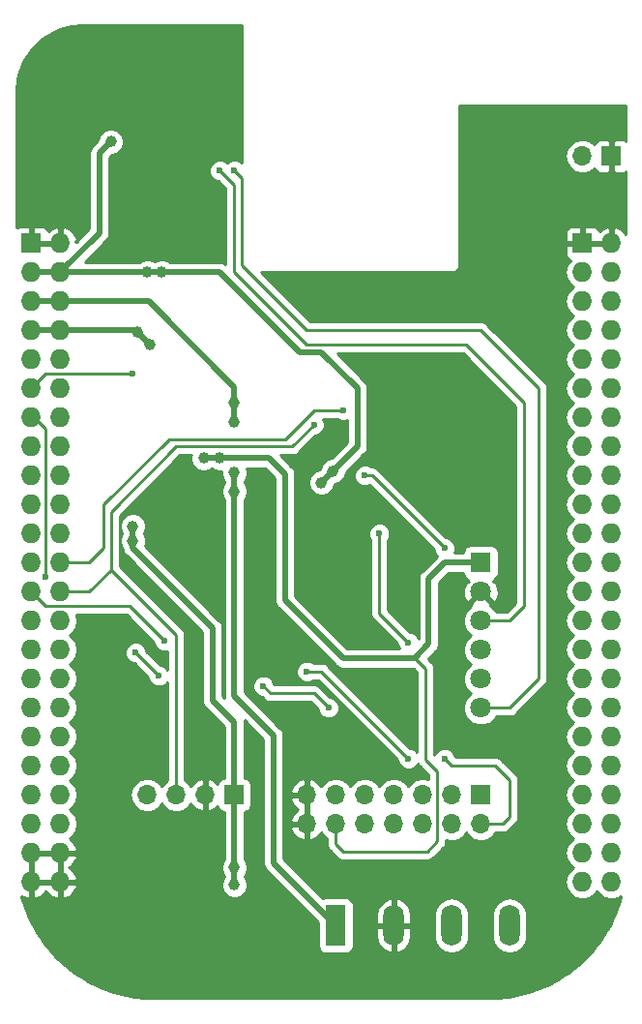
<source format=gbl>
G04 #@! TF.GenerationSoftware,KiCad,Pcbnew,5.0.0-rc1-44a33f2~62~ubuntu16.04.1*
G04 #@! TF.CreationDate,2018-04-01T18:34:43+03:00*
G04 #@! TF.ProjectId,BeagleBone-Black-Cape,426561676C65426F6E652D426C61636B,rev?*
G04 #@! TF.SameCoordinates,Original*
G04 #@! TF.FileFunction,Copper,L2,Bot,Signal*
G04 #@! TF.FilePolarity,Positive*
%FSLAX46Y46*%
G04 Gerber Fmt 4.6, Leading zero omitted, Abs format (unit mm)*
G04 Created by KiCad (PCBNEW 5.0.0-rc1-44a33f2~62~ubuntu16.04.1) date Sun Apr  1 18:34:43 2018*
%MOMM*%
%LPD*%
G01*
G04 APERTURE LIST*
%ADD10R,1.727200X1.727200*%
%ADD11O,1.727200X1.727200*%
%ADD12R,1.700000X1.700000*%
%ADD13O,1.700000X1.700000*%
%ADD14R,1.800000X3.600000*%
%ADD15O,1.800000X3.600000*%
%ADD16R,1.800000X1.800000*%
%ADD17C,1.800000*%
%ADD18C,0.600000*%
%ADD19C,1.000000*%
%ADD20C,0.500000*%
%ADD21C,0.250000*%
%ADD22C,0.254000*%
G04 APERTURE END LIST*
D10*
X164630100Y-62382400D03*
D11*
X167170100Y-62382400D03*
X164630100Y-64922400D03*
X167170100Y-64922400D03*
X164630100Y-67462400D03*
X167170100Y-67462400D03*
X164630100Y-70002400D03*
X167170100Y-70002400D03*
X164630100Y-72542400D03*
X167170100Y-72542400D03*
X164630100Y-75082400D03*
X167170100Y-75082400D03*
X164630100Y-77622400D03*
X167170100Y-77622400D03*
X164630100Y-80162400D03*
X167170100Y-80162400D03*
X164630100Y-82702400D03*
X167170100Y-82702400D03*
X164630100Y-85242400D03*
X167170100Y-85242400D03*
X164630100Y-87782400D03*
X167170100Y-87782400D03*
X164630100Y-90322400D03*
X167170100Y-90322400D03*
X164630100Y-92862400D03*
X167170100Y-92862400D03*
X164630100Y-95402400D03*
X167170100Y-95402400D03*
X164630100Y-97942400D03*
X167170100Y-97942400D03*
X164630100Y-100482400D03*
X167170100Y-100482400D03*
X164630100Y-103022400D03*
X167170100Y-103022400D03*
X164630100Y-105562400D03*
X167170100Y-105562400D03*
X164630100Y-108102400D03*
X167170100Y-108102400D03*
X164630100Y-110642400D03*
X167170100Y-110642400D03*
X164630100Y-113182400D03*
X167170100Y-113182400D03*
X164630100Y-115722400D03*
X167170100Y-115722400D03*
X164630100Y-118262400D03*
X167170100Y-118262400D03*
D10*
X116370100Y-62382400D03*
D11*
X118910100Y-62382400D03*
X116370100Y-64922400D03*
X118910100Y-64922400D03*
X116370100Y-67462400D03*
X118910100Y-67462400D03*
X116370100Y-70002400D03*
X118910100Y-70002400D03*
X116370100Y-72542400D03*
X118910100Y-72542400D03*
X116370100Y-75082400D03*
X118910100Y-75082400D03*
X116370100Y-77622400D03*
X118910100Y-77622400D03*
X116370100Y-80162400D03*
X118910100Y-80162400D03*
X116370100Y-82702400D03*
X118910100Y-82702400D03*
X116370100Y-85242400D03*
X118910100Y-85242400D03*
X116370100Y-87782400D03*
X118910100Y-87782400D03*
X116370100Y-90322400D03*
X118910100Y-90322400D03*
X116370100Y-92862400D03*
X118910100Y-92862400D03*
X116370100Y-95402400D03*
X118910100Y-95402400D03*
X116370100Y-97942400D03*
X118910100Y-97942400D03*
X116370100Y-100482400D03*
X118910100Y-100482400D03*
X116370100Y-103022400D03*
X118910100Y-103022400D03*
X116370100Y-105562400D03*
X118910100Y-105562400D03*
X116370100Y-108102400D03*
X118910100Y-108102400D03*
X116370100Y-110642400D03*
X118910100Y-110642400D03*
X116370100Y-113182400D03*
X118910100Y-113182400D03*
X116370100Y-115722400D03*
X118910100Y-115722400D03*
X116370100Y-118262400D03*
X118910100Y-118262400D03*
D12*
X155740100Y-110642400D03*
D13*
X155740100Y-113182400D03*
X153200100Y-110642400D03*
X153200100Y-113182400D03*
X150660100Y-110642400D03*
X150660100Y-113182400D03*
X148120100Y-110642400D03*
X148120100Y-113182400D03*
X145580100Y-110642400D03*
X145580100Y-113182400D03*
X143040100Y-110642400D03*
X143040100Y-113182400D03*
X140500100Y-110642400D03*
X140500100Y-113182400D03*
D14*
X143040100Y-122072400D03*
D15*
X148120100Y-122072400D03*
X153200100Y-122072400D03*
X158280100Y-122072400D03*
D12*
X167170100Y-54762400D03*
D13*
X164630100Y-54762400D03*
D12*
X134150100Y-110642400D03*
D13*
X131610100Y-110642400D03*
X129070100Y-110642400D03*
X126530100Y-110642400D03*
D16*
X155740100Y-90322400D03*
D17*
X155740100Y-92862400D03*
X155740100Y-95402400D03*
X155740100Y-97942400D03*
X155740100Y-100482400D03*
X155740100Y-103022400D03*
D18*
X161455100Y-115087400D03*
X161455100Y-113817400D03*
X161455100Y-112547400D03*
X161455100Y-111277400D03*
X161455100Y-110007400D03*
X160185100Y-126517400D03*
X122720100Y-125247400D03*
X123990100Y-125247400D03*
X123990100Y-126517400D03*
X125260100Y-125247400D03*
X125260100Y-126517400D03*
X125260100Y-127787400D03*
X126530100Y-127787400D03*
X126530100Y-126517400D03*
X126530100Y-125247400D03*
X161455100Y-125247400D03*
X160185100Y-125247400D03*
X160185100Y-123977400D03*
X161455100Y-123977400D03*
X150660100Y-125247400D03*
X149390100Y-125247400D03*
X150660100Y-123977400D03*
X150660100Y-122707400D03*
X150660100Y-121437400D03*
X146850100Y-125247400D03*
X144310100Y-125247400D03*
X145580100Y-125247400D03*
X145580100Y-123977400D03*
X145580100Y-122707400D03*
X145580100Y-121437400D03*
X139865100Y-125247400D03*
X139865100Y-123977400D03*
X139865100Y-122707400D03*
X139865100Y-121437400D03*
X138595100Y-125247400D03*
X138595100Y-123977400D03*
X138595100Y-122707400D03*
X138595100Y-121437400D03*
X138595100Y-120167400D03*
X137325100Y-120167400D03*
X137325100Y-121437400D03*
X137325100Y-122707400D03*
X137325100Y-123977400D03*
X137325100Y-125247400D03*
X136055100Y-125247400D03*
X136055100Y-123977400D03*
X136055100Y-122707400D03*
X136055100Y-121437400D03*
X136055100Y-120167400D03*
X127800100Y-119532400D03*
X161455100Y-118262400D03*
X160185100Y-118262400D03*
X158915100Y-118262400D03*
X158915100Y-116992400D03*
X160185100Y-116992400D03*
X161455100Y-116992400D03*
X151930100Y-118262400D03*
X150660100Y-118262400D03*
X149390100Y-118262400D03*
X148120100Y-118262400D03*
X146850100Y-118262400D03*
X145580100Y-118262400D03*
X144310100Y-118262400D03*
X143040100Y-118262400D03*
X151930100Y-116992400D03*
X150660100Y-116992400D03*
X149390100Y-116992400D03*
X148120100Y-116992400D03*
X146850100Y-116992400D03*
X145580100Y-116992400D03*
X144310100Y-116992400D03*
X143040100Y-116992400D03*
X141770100Y-116992400D03*
X160185100Y-103657400D03*
X160185100Y-104927400D03*
X160185100Y-106197400D03*
X160185100Y-107467400D03*
X160185100Y-108737400D03*
X161455100Y-108737400D03*
X161455100Y-107467400D03*
X161455100Y-106197400D03*
X161455100Y-104927400D03*
X161455100Y-103657400D03*
X132880100Y-93497400D03*
X131610100Y-92227400D03*
X132880100Y-92227400D03*
X132880100Y-90957400D03*
X132880100Y-89687400D03*
X132880100Y-88417400D03*
X132880100Y-87147400D03*
X132880100Y-85877400D03*
X130340100Y-90957400D03*
X131610100Y-90957400D03*
X131610100Y-89687400D03*
X131610100Y-88417400D03*
X131610100Y-87147400D03*
X131610100Y-85877400D03*
X131610100Y-84607400D03*
X141770100Y-108102400D03*
X141770100Y-106832400D03*
X139230100Y-106832400D03*
X139230100Y-108102400D03*
X140500100Y-108102400D03*
X140500100Y-106832400D03*
X140500100Y-105562400D03*
X139230100Y-105562400D03*
X139230100Y-114452400D03*
X139230100Y-115722400D03*
X140500100Y-116357400D03*
X140500100Y-115087400D03*
X136055100Y-116992400D03*
X136055100Y-115722400D03*
X130340100Y-116992400D03*
X129070100Y-116992400D03*
X127800100Y-116992400D03*
X127800100Y-118262400D03*
X129070100Y-118262400D03*
X130340100Y-118262400D03*
X131610100Y-118262400D03*
X131610100Y-116992400D03*
X131610100Y-115722400D03*
X130340100Y-115722400D03*
X129070100Y-115722400D03*
X127800100Y-115722400D03*
X130340100Y-97307400D03*
X130340100Y-96037400D03*
X129070100Y-94767400D03*
X128435100Y-94132400D03*
X129705100Y-95402400D03*
X120815100Y-123977400D03*
X120815100Y-122707400D03*
X119545100Y-122707400D03*
X119545100Y-121437400D03*
X118275100Y-121437400D03*
X117005100Y-120167400D03*
X118275100Y-120167400D03*
X119545100Y-120167400D03*
X120815100Y-121437400D03*
X120815100Y-120167400D03*
X120815100Y-118897400D03*
X120815100Y-117627400D03*
X120815100Y-116357400D03*
X120815100Y-115087400D03*
X120815100Y-113817400D03*
X120815100Y-112547400D03*
X120815100Y-111277400D03*
X120815100Y-110007400D03*
X123355100Y-108737400D03*
X122085100Y-108737400D03*
X123355100Y-98577400D03*
X122085100Y-98577400D03*
X120815100Y-98577400D03*
X120815100Y-108737400D03*
X120815100Y-107467400D03*
X120815100Y-106197400D03*
X120815100Y-104927400D03*
X120815100Y-103657400D03*
X120815100Y-102387400D03*
X120815100Y-101117400D03*
X120815100Y-99847400D03*
X125260100Y-99847400D03*
X125260100Y-101117400D03*
X125260100Y-108737400D03*
X125260100Y-107467400D03*
X125260100Y-106197400D03*
X125260100Y-104927400D03*
X125260100Y-103657400D03*
X125260100Y-102387400D03*
X127800100Y-102387400D03*
X127800100Y-103657400D03*
X127800100Y-104927400D03*
X127800100Y-106197400D03*
X127800100Y-107467400D03*
X127800100Y-108737400D03*
X131610100Y-106197400D03*
X130340100Y-104927400D03*
X130340100Y-106197400D03*
X130340100Y-107467400D03*
X131610100Y-107467400D03*
X132880100Y-107467400D03*
X132880100Y-108737400D03*
X131610100Y-108737400D03*
X130340100Y-108737400D03*
X130340100Y-83337400D03*
X130340100Y-84607400D03*
X130340100Y-85877400D03*
X130340100Y-87147400D03*
X130340100Y-88417400D03*
X130340100Y-89687400D03*
X129070100Y-89687400D03*
X129070100Y-88417400D03*
X129070100Y-87147400D03*
X129070100Y-85877400D03*
X129070100Y-84607400D03*
X129070100Y-83337400D03*
X148120100Y-68732400D03*
X149390100Y-68732400D03*
X150660100Y-68732400D03*
X151930100Y-68732400D03*
X153200100Y-68732400D03*
X154470100Y-68732400D03*
X155740100Y-68732400D03*
X118275100Y-58572400D03*
X118275100Y-56032400D03*
X118275100Y-53492400D03*
X118275100Y-50952400D03*
X118275100Y-48412400D03*
X118275100Y-45872400D03*
X119545100Y-47142400D03*
X122085100Y-47142400D03*
X124625100Y-47142400D03*
X127165100Y-47142400D03*
X129705100Y-47142400D03*
X132245100Y-47142400D03*
X133515100Y-45872400D03*
X132245100Y-44602400D03*
X129705100Y-44602400D03*
X127165100Y-44602400D03*
X124625100Y-44602400D03*
X122085100Y-44602400D03*
X119545100Y-44602400D03*
X166535100Y-120167400D03*
X166535100Y-121437400D03*
X165265100Y-122707400D03*
X165265100Y-121437400D03*
X165265100Y-120167400D03*
X163995100Y-120167400D03*
X163995100Y-121437400D03*
X163995100Y-122707400D03*
X163995100Y-123977400D03*
X162725100Y-125247400D03*
X162725100Y-123977400D03*
X162725100Y-122707400D03*
X162725100Y-121437400D03*
X162725100Y-120167400D03*
X162725100Y-118897400D03*
X162725100Y-117627400D03*
X162725100Y-116357400D03*
X162725100Y-115087400D03*
X162725100Y-113817400D03*
X162725100Y-112547400D03*
X162725100Y-111277400D03*
X162725100Y-110007400D03*
X162725100Y-108737400D03*
X162725100Y-107467400D03*
X162725100Y-106197400D03*
X162725100Y-104927400D03*
X162725100Y-103657400D03*
X162725100Y-102387400D03*
X162725100Y-101117400D03*
X162725100Y-99847400D03*
X162725100Y-98577400D03*
X162725100Y-97307400D03*
X162725100Y-96037400D03*
X162725100Y-94767400D03*
X162725100Y-93497400D03*
X162725100Y-92227400D03*
X162725100Y-90957400D03*
X162725100Y-89687400D03*
X162725100Y-88417400D03*
X162725100Y-87147400D03*
X162725100Y-85877400D03*
X162725100Y-84607400D03*
X162725100Y-83337400D03*
X162725100Y-82067400D03*
X162725100Y-80797400D03*
X162725100Y-79527400D03*
X162725100Y-78257400D03*
X162725100Y-76987400D03*
X162725100Y-75717400D03*
X153835100Y-87782400D03*
X155105100Y-87782400D03*
X156375100Y-87782400D03*
X157645100Y-87782400D03*
X158280100Y-87147400D03*
X158280100Y-88417400D03*
X137960100Y-65557400D03*
X138595100Y-66192400D03*
X139230100Y-66827400D03*
X139865100Y-67462400D03*
X140500100Y-68097400D03*
X141135100Y-68732400D03*
X149390100Y-105562400D03*
X149390100Y-104292400D03*
X149390100Y-103022400D03*
X149390100Y-101752400D03*
X149390100Y-100482400D03*
X144310100Y-94132400D03*
X144310100Y-92862400D03*
X144310100Y-91592400D03*
X143040100Y-92862400D03*
X143040100Y-91592400D03*
X143040100Y-89052400D03*
X141770100Y-89052400D03*
X141770100Y-90322400D03*
X143040100Y-90322400D03*
X144310100Y-90322400D03*
X144310100Y-89052400D03*
X144310100Y-87782400D03*
X143040100Y-87782400D03*
X141770100Y-87782400D03*
X148755100Y-74447400D03*
X147485100Y-75717400D03*
X147485100Y-76987400D03*
X147485100Y-78257400D03*
X147485100Y-79527400D03*
X148755100Y-80797400D03*
X150025100Y-82067400D03*
X151295100Y-82067400D03*
X152565100Y-82067400D03*
X153835100Y-82067400D03*
X153835100Y-80797400D03*
X153835100Y-79527400D03*
X153835100Y-78257400D03*
X153835100Y-76987400D03*
X153835100Y-75717400D03*
X153835100Y-74447400D03*
X153835100Y-73177400D03*
X152565100Y-73177400D03*
X151295100Y-73177400D03*
X162725100Y-74447400D03*
X162725100Y-73177400D03*
X162725100Y-71907400D03*
X162725100Y-70637400D03*
X162725100Y-69367400D03*
X161455100Y-64287400D03*
X161455100Y-65557400D03*
X161455100Y-66827400D03*
X161455100Y-68097400D03*
X160185100Y-68097400D03*
X160185100Y-66827400D03*
X160185100Y-65557400D03*
X160185100Y-64287400D03*
X162725100Y-61747400D03*
X162725100Y-63017400D03*
X161455100Y-63017400D03*
X160185100Y-63017400D03*
X158915100Y-63017400D03*
X157645100Y-63017400D03*
X157645100Y-60477400D03*
X158915100Y-60477400D03*
X160185100Y-60477400D03*
X161455100Y-60477400D03*
X162725100Y-60477400D03*
X163995100Y-60477400D03*
X165265100Y-60477400D03*
X166535100Y-60477400D03*
X167805100Y-60477400D03*
X167805100Y-59207400D03*
X167805100Y-57937400D03*
X167805100Y-56667400D03*
X166535100Y-56667400D03*
X165265100Y-56667400D03*
X163995100Y-56667400D03*
X162725100Y-56667400D03*
X161455100Y-56667400D03*
X160185100Y-56667400D03*
X158915100Y-56667400D03*
X157645100Y-56667400D03*
X156375100Y-63017400D03*
X156375100Y-61747400D03*
X156375100Y-60477400D03*
X156375100Y-59207400D03*
X156375100Y-57937400D03*
X156375100Y-56667400D03*
X167805100Y-51587400D03*
X166535100Y-51587400D03*
X165265100Y-51587400D03*
X163995100Y-51587400D03*
X162725100Y-51587400D03*
X161455100Y-51587400D03*
X160185100Y-51587400D03*
X158915100Y-51587400D03*
X157645100Y-51587400D03*
X156375100Y-51587400D03*
X155105100Y-51587400D03*
X150025100Y-73177400D03*
X124625100Y-60477400D03*
X125260100Y-61747400D03*
X123990100Y-63017400D03*
X123990100Y-61747400D03*
X129070100Y-63017400D03*
X132880100Y-63017400D03*
X131610100Y-63017400D03*
X130340100Y-63017400D03*
X130340100Y-61747400D03*
X131610100Y-61747400D03*
X132880100Y-61747400D03*
X118275100Y-59842400D03*
X118275100Y-57302400D03*
X118275100Y-54762400D03*
X118275100Y-52222400D03*
X130975100Y-50952400D03*
X130975100Y-52222400D03*
X130975100Y-53492400D03*
X130975100Y-54762400D03*
X130975100Y-56032400D03*
X130975100Y-57302400D03*
X129705100Y-57302400D03*
X129705100Y-56032400D03*
X129705100Y-54762400D03*
X129705100Y-53492400D03*
X129705100Y-52222400D03*
X129705100Y-50952400D03*
X120815100Y-47142400D03*
X123355100Y-47142400D03*
X125895100Y-47142400D03*
X128435100Y-47142400D03*
X130975100Y-47142400D03*
X133515100Y-47142400D03*
X118275100Y-49682400D03*
X118275100Y-47142400D03*
X118275100Y-44602400D03*
X120815100Y-44602400D03*
X123355100Y-44602400D03*
X125895100Y-44602400D03*
X128435100Y-44602400D03*
X130975100Y-44602400D03*
X133515100Y-44602400D03*
D19*
X125260100Y-88417400D03*
X127800100Y-64922400D03*
X125260100Y-87147400D03*
X126530100Y-64922400D03*
X134150100Y-116992400D03*
X134150100Y-118516400D03*
X123355100Y-53492400D03*
X142786100Y-82321400D03*
X141770100Y-83337400D03*
X134150100Y-84099400D03*
X134150100Y-76352400D03*
X134150100Y-78003400D03*
X134150100Y-82448400D03*
X132880100Y-81178400D03*
X126784100Y-71272400D03*
X131483100Y-81178400D03*
X125641100Y-70129400D03*
D18*
X145580100Y-82702400D03*
X152565100Y-89052400D03*
X152565100Y-107467400D03*
X146850100Y-87782400D03*
X149390100Y-97307400D03*
X140500100Y-99847400D03*
X149390100Y-107467400D03*
X136690100Y-101117400D03*
X142405100Y-103022400D03*
X141135100Y-78257400D03*
X143675100Y-76987400D03*
X132880100Y-56032400D03*
X134150100Y-56032400D03*
X125260100Y-73812400D03*
X117640100Y-91592400D03*
X125514100Y-98196400D03*
X127546100Y-100228400D03*
X128054100Y-97180400D03*
D20*
X134150100Y-110642400D02*
X134150100Y-104292400D01*
X134150100Y-104292400D02*
X132245100Y-102387400D01*
X132245100Y-102387400D02*
X132245100Y-96037400D01*
X132245100Y-96037400D02*
X125260100Y-89052400D01*
X125260100Y-89052400D02*
X125260100Y-88417400D01*
X125260100Y-88417400D02*
X125260100Y-87147400D01*
X134150100Y-110642400D02*
X134150100Y-116992400D01*
X134150100Y-116992400D02*
X134150100Y-118516400D01*
X118910100Y-64922400D02*
X122339100Y-61493400D01*
X122339100Y-61493400D02*
X122339100Y-54508400D01*
X122339100Y-54508400D02*
X123355100Y-53492400D01*
X142786100Y-82321400D02*
X141770100Y-83337400D01*
X144945100Y-80162400D02*
X144945100Y-75082400D01*
X144945100Y-75082400D02*
X141770100Y-71907400D01*
X141770100Y-71907400D02*
X139865100Y-71907400D01*
X139865100Y-71907400D02*
X132880100Y-64922400D01*
X132880100Y-64922400D02*
X127800100Y-64922400D01*
X127800100Y-64922400D02*
X126530100Y-64922400D01*
X126530100Y-64922400D02*
X118910100Y-64922400D01*
X142786100Y-82321400D02*
X144945100Y-80162400D01*
X116370100Y-64922400D02*
X118910100Y-64922400D01*
X134150100Y-76352400D02*
X134150100Y-76225400D01*
X134150100Y-76225400D02*
X134277100Y-76225400D01*
X134277100Y-76225400D02*
X134150100Y-76225400D01*
X118910100Y-67462400D02*
X126657100Y-67462400D01*
X126657100Y-67462400D02*
X134150100Y-74955400D01*
X134150100Y-74955400D02*
X134150100Y-76225400D01*
X134150100Y-76225400D02*
X134150100Y-78003400D01*
X134150100Y-82448400D02*
X134150100Y-84099400D01*
X134150100Y-84099400D02*
X134150100Y-102006400D01*
X134150100Y-102006400D02*
X137579100Y-105435400D01*
X137579100Y-105435400D02*
X137579100Y-116611400D01*
X137579100Y-116611400D02*
X143040100Y-122072400D01*
X116370100Y-67462400D02*
X118910100Y-67462400D01*
D21*
X143040100Y-113182400D02*
X143040100Y-114960400D01*
X143040100Y-114960400D02*
X143675100Y-115595400D01*
X143675100Y-115595400D02*
X151041100Y-115595400D01*
X151041100Y-115595400D02*
X151930100Y-114706400D01*
X151930100Y-114706400D02*
X151930100Y-108610400D01*
X151930100Y-108610400D02*
X150914100Y-107594400D01*
X150914100Y-107594400D02*
X150914100Y-99593400D01*
X150914100Y-99593400D02*
X149961600Y-98640900D01*
D20*
X125641100Y-70129400D02*
X126784100Y-71272400D01*
X155740100Y-90322400D02*
X152565100Y-90322400D01*
X152565100Y-90322400D02*
X151168100Y-91719400D01*
X151168100Y-91719400D02*
X151168100Y-97434400D01*
X151168100Y-97434400D02*
X149961600Y-98640900D01*
X149961600Y-98640900D02*
X149898100Y-98704400D01*
X149898100Y-98704400D02*
X143675100Y-98704400D01*
X143675100Y-98704400D02*
X138595100Y-93624400D01*
X138595100Y-93624400D02*
X138595100Y-82575400D01*
X138595100Y-82575400D02*
X137198100Y-81178400D01*
X137198100Y-81178400D02*
X132880100Y-81178400D01*
X132880100Y-81178400D02*
X131483100Y-81178400D01*
X125641100Y-70129400D02*
X125514100Y-70002400D01*
X125514100Y-70002400D02*
X118910100Y-70002400D01*
X116370100Y-70002400D02*
X118910100Y-70002400D01*
D21*
X146215100Y-82702400D02*
X145580100Y-82702400D01*
X152565100Y-89052400D02*
X146215100Y-82702400D01*
X157645100Y-113182400D02*
X155740100Y-113182400D01*
X158280100Y-112547400D02*
X157645100Y-113182400D01*
X158280100Y-109372400D02*
X158280100Y-112547400D01*
X157010100Y-108102400D02*
X158280100Y-109372400D01*
X153200100Y-108102400D02*
X157010100Y-108102400D01*
X152565100Y-107467400D02*
X153200100Y-108102400D01*
X146850100Y-94767400D02*
X146850100Y-87782400D01*
X149390100Y-97307400D02*
X146850100Y-94767400D01*
X141770100Y-99847400D02*
X140500100Y-99847400D01*
X149390100Y-107467400D02*
X141770100Y-99847400D01*
X137325100Y-101752400D02*
X136690100Y-101117400D01*
X141135100Y-101752400D02*
X137325100Y-101752400D01*
X142405100Y-103022400D02*
X141135100Y-101752400D01*
X129070100Y-110642400D02*
X129070100Y-96672400D01*
X129070100Y-96672400D02*
X123355100Y-90957400D01*
X121450100Y-92862400D02*
X118910100Y-92862400D01*
X123355100Y-90957400D02*
X121450100Y-92862400D01*
X123355100Y-85877400D02*
X123355100Y-90957400D01*
X129070100Y-80162400D02*
X123355100Y-85877400D01*
X139230100Y-80162400D02*
X129070100Y-80162400D01*
X141135100Y-78257400D02*
X139230100Y-80162400D01*
X121450100Y-90322400D02*
X118910100Y-90322400D01*
X122720100Y-89052400D02*
X121450100Y-90322400D01*
X122720100Y-85242400D02*
X122720100Y-89052400D01*
X128435100Y-79527400D02*
X122720100Y-85242400D01*
X138595100Y-79527400D02*
X128435100Y-79527400D01*
X141135100Y-76987400D02*
X138595100Y-79527400D01*
X143675100Y-76987400D02*
X141135100Y-76987400D01*
X132880100Y-56032400D02*
X134150100Y-57302400D01*
X134150100Y-57302400D02*
X134150100Y-64922400D01*
X134150100Y-64922400D02*
X140500100Y-71272400D01*
X140500100Y-71272400D02*
X154470100Y-71272400D01*
X154470100Y-71272400D02*
X159550100Y-76352400D01*
X159550100Y-76352400D02*
X159550100Y-94132400D01*
X159550100Y-94132400D02*
X158280100Y-95402400D01*
X158280100Y-95402400D02*
X155740100Y-95402400D01*
X135420100Y-64922400D02*
X134785100Y-64287400D01*
X158280100Y-103022400D02*
X160820100Y-100482400D01*
X160820100Y-100482400D02*
X160820100Y-75082400D01*
X160820100Y-75082400D02*
X155740100Y-70002400D01*
X155740100Y-70002400D02*
X140500100Y-70002400D01*
X140500100Y-70002400D02*
X135420100Y-64922400D01*
X155740100Y-103022400D02*
X158280100Y-103022400D01*
X134785100Y-56667400D02*
X134150100Y-56032400D01*
X134785100Y-64287400D02*
X134785100Y-56667400D01*
X117640100Y-73812400D02*
X116370100Y-75082400D01*
X125260100Y-73812400D02*
X117640100Y-73812400D01*
X116370100Y-77622400D02*
X116624100Y-77622400D01*
X116624100Y-77622400D02*
X117640100Y-78638400D01*
X117640100Y-78638400D02*
X117640100Y-91592400D01*
X125514100Y-98196400D02*
X127546100Y-100228400D01*
X117640100Y-94132400D02*
X116370100Y-92862400D01*
X125006100Y-94132400D02*
X117640100Y-94132400D01*
X128054100Y-97180400D02*
X125006100Y-94132400D01*
D22*
G36*
X168438831Y-53433105D02*
X168379799Y-53374073D01*
X168146410Y-53277400D01*
X167455850Y-53277400D01*
X167297100Y-53436150D01*
X167297100Y-54635400D01*
X167317100Y-54635400D01*
X167317100Y-54889400D01*
X167297100Y-54889400D01*
X167297100Y-56088650D01*
X167455850Y-56247400D01*
X168146410Y-56247400D01*
X168379799Y-56150727D01*
X168438831Y-56091695D01*
X168438831Y-61592162D01*
X168058590Y-61175579D01*
X167529127Y-60927432D01*
X167297100Y-61047931D01*
X167297100Y-62255400D01*
X167317100Y-62255400D01*
X167317100Y-62509400D01*
X167297100Y-62509400D01*
X167297100Y-62529400D01*
X167043100Y-62529400D01*
X167043100Y-62509400D01*
X164757100Y-62509400D01*
X164757100Y-62529400D01*
X164503100Y-62529400D01*
X164503100Y-62509400D01*
X163290250Y-62509400D01*
X163131500Y-62668150D01*
X163131500Y-63372310D01*
X163228173Y-63605699D01*
X163406802Y-63784327D01*
X163548867Y-63843172D01*
X163218450Y-64337675D01*
X163102141Y-64922400D01*
X163218450Y-65507125D01*
X163549670Y-66002830D01*
X163833381Y-66192400D01*
X163549670Y-66381970D01*
X163218450Y-66877675D01*
X163102141Y-67462400D01*
X163218450Y-68047125D01*
X163549670Y-68542830D01*
X163833381Y-68732400D01*
X163549670Y-68921970D01*
X163218450Y-69417675D01*
X163102141Y-70002400D01*
X163218450Y-70587125D01*
X163549670Y-71082830D01*
X163833381Y-71272400D01*
X163549670Y-71461970D01*
X163218450Y-71957675D01*
X163102141Y-72542400D01*
X163218450Y-73127125D01*
X163549670Y-73622830D01*
X163833381Y-73812400D01*
X163549670Y-74001970D01*
X163218450Y-74497675D01*
X163102141Y-75082400D01*
X163218450Y-75667125D01*
X163549670Y-76162830D01*
X163833381Y-76352400D01*
X163549670Y-76541970D01*
X163218450Y-77037675D01*
X163102141Y-77622400D01*
X163218450Y-78207125D01*
X163549670Y-78702830D01*
X163833381Y-78892400D01*
X163549670Y-79081970D01*
X163218450Y-79577675D01*
X163102141Y-80162400D01*
X163218450Y-80747125D01*
X163549670Y-81242830D01*
X163833381Y-81432400D01*
X163549670Y-81621970D01*
X163218450Y-82117675D01*
X163102141Y-82702400D01*
X163218450Y-83287125D01*
X163549670Y-83782830D01*
X163833381Y-83972400D01*
X163549670Y-84161970D01*
X163218450Y-84657675D01*
X163102141Y-85242400D01*
X163218450Y-85827125D01*
X163549670Y-86322830D01*
X163833381Y-86512400D01*
X163549670Y-86701970D01*
X163218450Y-87197675D01*
X163102141Y-87782400D01*
X163218450Y-88367125D01*
X163549670Y-88862830D01*
X163833381Y-89052400D01*
X163549670Y-89241970D01*
X163218450Y-89737675D01*
X163102141Y-90322400D01*
X163218450Y-90907125D01*
X163549670Y-91402830D01*
X163833381Y-91592400D01*
X163549670Y-91781970D01*
X163218450Y-92277675D01*
X163102141Y-92862400D01*
X163218450Y-93447125D01*
X163549670Y-93942830D01*
X163833381Y-94132400D01*
X163549670Y-94321970D01*
X163218450Y-94817675D01*
X163102141Y-95402400D01*
X163218450Y-95987125D01*
X163549670Y-96482830D01*
X163833381Y-96672400D01*
X163549670Y-96861970D01*
X163218450Y-97357675D01*
X163102141Y-97942400D01*
X163218450Y-98527125D01*
X163549670Y-99022830D01*
X163833381Y-99212400D01*
X163549670Y-99401970D01*
X163218450Y-99897675D01*
X163102141Y-100482400D01*
X163218450Y-101067125D01*
X163549670Y-101562830D01*
X163833381Y-101752400D01*
X163549670Y-101941970D01*
X163218450Y-102437675D01*
X163102141Y-103022400D01*
X163218450Y-103607125D01*
X163549670Y-104102830D01*
X163833381Y-104292400D01*
X163549670Y-104481970D01*
X163218450Y-104977675D01*
X163102141Y-105562400D01*
X163218450Y-106147125D01*
X163549670Y-106642830D01*
X163833381Y-106832400D01*
X163549670Y-107021970D01*
X163218450Y-107517675D01*
X163102141Y-108102400D01*
X163218450Y-108687125D01*
X163549670Y-109182830D01*
X163833381Y-109372400D01*
X163549670Y-109561970D01*
X163218450Y-110057675D01*
X163102141Y-110642400D01*
X163218450Y-111227125D01*
X163549670Y-111722830D01*
X163833381Y-111912400D01*
X163549670Y-112101970D01*
X163218450Y-112597675D01*
X163102141Y-113182400D01*
X163218450Y-113767125D01*
X163549670Y-114262830D01*
X163833381Y-114452400D01*
X163549670Y-114641970D01*
X163218450Y-115137675D01*
X163102141Y-115722400D01*
X163218450Y-116307125D01*
X163549670Y-116802830D01*
X163833381Y-116992400D01*
X163549670Y-117181970D01*
X163218450Y-117677675D01*
X163102141Y-118262400D01*
X163218450Y-118847125D01*
X163549670Y-119342830D01*
X164045375Y-119674050D01*
X164482502Y-119761000D01*
X164777698Y-119761000D01*
X165214825Y-119674050D01*
X165710530Y-119342830D01*
X165900100Y-119059119D01*
X166089670Y-119342830D01*
X166585375Y-119674050D01*
X167022502Y-119761000D01*
X167317698Y-119761000D01*
X167754825Y-119674050D01*
X168022998Y-119494862D01*
X168011196Y-119540661D01*
X167911632Y-119884482D01*
X167801927Y-120225154D01*
X167682142Y-120562477D01*
X167552424Y-120896048D01*
X167412861Y-121225636D01*
X167263578Y-121550948D01*
X167104730Y-121871649D01*
X166936396Y-122187572D01*
X166758788Y-122498322D01*
X166572051Y-122803646D01*
X166376338Y-123103296D01*
X166171795Y-123397049D01*
X165958645Y-123684579D01*
X165737072Y-123965644D01*
X165507241Y-124240032D01*
X165269354Y-124507501D01*
X165023670Y-124767759D01*
X164770362Y-125020625D01*
X164509655Y-125265873D01*
X164241788Y-125503279D01*
X163967001Y-125732630D01*
X163685536Y-125953723D01*
X163397629Y-126166375D01*
X163103560Y-126370377D01*
X162803539Y-126565587D01*
X162497888Y-126751790D01*
X162186822Y-126928861D01*
X161870625Y-127096632D01*
X161549617Y-127254935D01*
X161224075Y-127403636D01*
X160894254Y-127542620D01*
X160560398Y-127671779D01*
X160222926Y-127790953D01*
X159882016Y-127900079D01*
X159538065Y-127999029D01*
X159191300Y-128087741D01*
X158842082Y-128166121D01*
X158490659Y-128234112D01*
X158137391Y-128291646D01*
X157782571Y-128338674D01*
X157426534Y-128375153D01*
X157069512Y-128401057D01*
X156711676Y-128416368D01*
X156370655Y-128421130D01*
X127169821Y-128421130D01*
X126807217Y-128415750D01*
X126449631Y-128399825D01*
X126092719Y-128373302D01*
X125736724Y-128336199D01*
X125381981Y-128288551D01*
X125028812Y-128230401D01*
X124677504Y-128161796D01*
X124328436Y-128082810D01*
X123981839Y-127993496D01*
X123638018Y-127893932D01*
X123297346Y-127784227D01*
X122960023Y-127664442D01*
X122626452Y-127534724D01*
X122296864Y-127395161D01*
X121971552Y-127245878D01*
X121650851Y-127087030D01*
X121334928Y-126918696D01*
X121024178Y-126741088D01*
X120718854Y-126554351D01*
X120419204Y-126358638D01*
X120125451Y-126154095D01*
X119837921Y-125940945D01*
X119556856Y-125719372D01*
X119282468Y-125489541D01*
X119014999Y-125251654D01*
X118754741Y-125005970D01*
X118501875Y-124752662D01*
X118256627Y-124491955D01*
X118019221Y-124224088D01*
X117789870Y-123949301D01*
X117568777Y-123667836D01*
X117356125Y-123379929D01*
X117152123Y-123085860D01*
X116956913Y-122785839D01*
X116770710Y-122480188D01*
X116593639Y-122169122D01*
X116425868Y-121852925D01*
X116267565Y-121531917D01*
X116118864Y-121206375D01*
X115979880Y-120876554D01*
X115850721Y-120542698D01*
X115731547Y-120205226D01*
X115622421Y-119864316D01*
X115523471Y-119520365D01*
X115514307Y-119484545D01*
X116011073Y-119717368D01*
X116243100Y-119596869D01*
X116243100Y-118389400D01*
X116497100Y-118389400D01*
X116497100Y-119596869D01*
X116729127Y-119717368D01*
X117258590Y-119469221D01*
X117640100Y-119051248D01*
X118021610Y-119469221D01*
X118551073Y-119717368D01*
X118783100Y-119596869D01*
X118783100Y-118389400D01*
X119037100Y-118389400D01*
X119037100Y-119596869D01*
X119269127Y-119717368D01*
X119798590Y-119469221D01*
X120192788Y-119037347D01*
X120365058Y-118621426D01*
X120243917Y-118389400D01*
X119037100Y-118389400D01*
X118783100Y-118389400D01*
X116497100Y-118389400D01*
X116243100Y-118389400D01*
X116223100Y-118389400D01*
X116223100Y-118135400D01*
X116243100Y-118135400D01*
X116243100Y-115849400D01*
X116497100Y-115849400D01*
X116497100Y-118135400D01*
X118783100Y-118135400D01*
X118783100Y-115849400D01*
X119037100Y-115849400D01*
X119037100Y-118135400D01*
X120243917Y-118135400D01*
X120365058Y-117903374D01*
X120192788Y-117487453D01*
X119798590Y-117055579D01*
X119663787Y-116992400D01*
X119798590Y-116929221D01*
X120192788Y-116497347D01*
X120365058Y-116081426D01*
X120243917Y-115849400D01*
X119037100Y-115849400D01*
X118783100Y-115849400D01*
X116497100Y-115849400D01*
X116243100Y-115849400D01*
X116223100Y-115849400D01*
X116223100Y-115595400D01*
X116243100Y-115595400D01*
X116243100Y-115575400D01*
X116497100Y-115575400D01*
X116497100Y-115595400D01*
X118783100Y-115595400D01*
X118783100Y-115575400D01*
X119037100Y-115575400D01*
X119037100Y-115595400D01*
X120243917Y-115595400D01*
X120365058Y-115363374D01*
X120192788Y-114947453D01*
X119798590Y-114515579D01*
X119689079Y-114464254D01*
X119990530Y-114262830D01*
X120321750Y-113767125D01*
X120438059Y-113182400D01*
X120321750Y-112597675D01*
X119990530Y-112101970D01*
X119706819Y-111912400D01*
X119990530Y-111722830D01*
X120321750Y-111227125D01*
X120438059Y-110642400D01*
X120321750Y-110057675D01*
X119990530Y-109561970D01*
X119706819Y-109372400D01*
X119990530Y-109182830D01*
X120321750Y-108687125D01*
X120438059Y-108102400D01*
X120321750Y-107517675D01*
X119990530Y-107021970D01*
X119706819Y-106832400D01*
X119990530Y-106642830D01*
X120321750Y-106147125D01*
X120438059Y-105562400D01*
X120321750Y-104977675D01*
X119990530Y-104481970D01*
X119706819Y-104292400D01*
X119990530Y-104102830D01*
X120321750Y-103607125D01*
X120438059Y-103022400D01*
X120321750Y-102437675D01*
X119990530Y-101941970D01*
X119706819Y-101752400D01*
X119990530Y-101562830D01*
X120321750Y-101067125D01*
X120438059Y-100482400D01*
X120321750Y-99897675D01*
X119990530Y-99401970D01*
X119706819Y-99212400D01*
X119990530Y-99022830D01*
X120321750Y-98527125D01*
X120438059Y-97942400D01*
X120321750Y-97357675D01*
X119990530Y-96861970D01*
X119706819Y-96672400D01*
X119990530Y-96482830D01*
X120321750Y-95987125D01*
X120438059Y-95402400D01*
X120336614Y-94892400D01*
X124691299Y-94892400D01*
X127119100Y-97320202D01*
X127119100Y-97366383D01*
X127261445Y-97710035D01*
X127524465Y-97973055D01*
X127868117Y-98115400D01*
X128240083Y-98115400D01*
X128310101Y-98086398D01*
X128310101Y-99670111D01*
X128075735Y-99435745D01*
X127732083Y-99293400D01*
X127685902Y-99293400D01*
X126449100Y-98056599D01*
X126449100Y-98010417D01*
X126306755Y-97666765D01*
X126043735Y-97403745D01*
X125700083Y-97261400D01*
X125328117Y-97261400D01*
X124984465Y-97403745D01*
X124721445Y-97666765D01*
X124579100Y-98010417D01*
X124579100Y-98382383D01*
X124721445Y-98726035D01*
X124984465Y-98989055D01*
X125328117Y-99131400D01*
X125374299Y-99131400D01*
X126611100Y-100368202D01*
X126611100Y-100414383D01*
X126753445Y-100758035D01*
X127016465Y-101021055D01*
X127360117Y-101163400D01*
X127732083Y-101163400D01*
X128075735Y-101021055D01*
X128310101Y-100786689D01*
X128310100Y-109364222D01*
X127999475Y-109571775D01*
X127800100Y-109870161D01*
X127600725Y-109571775D01*
X127109518Y-109243561D01*
X126676356Y-109157400D01*
X126383844Y-109157400D01*
X125950682Y-109243561D01*
X125459475Y-109571775D01*
X125131261Y-110062982D01*
X125016008Y-110642400D01*
X125131261Y-111221818D01*
X125459475Y-111713025D01*
X125950682Y-112041239D01*
X126383844Y-112127400D01*
X126676356Y-112127400D01*
X127109518Y-112041239D01*
X127600725Y-111713025D01*
X127800100Y-111414639D01*
X127999475Y-111713025D01*
X128490682Y-112041239D01*
X128923844Y-112127400D01*
X129216356Y-112127400D01*
X129649518Y-112041239D01*
X130140725Y-111713025D01*
X130353943Y-111393922D01*
X130414917Y-111523758D01*
X130843176Y-111914045D01*
X131253210Y-112083876D01*
X131483100Y-111962555D01*
X131483100Y-110769400D01*
X131463100Y-110769400D01*
X131463100Y-110515400D01*
X131483100Y-110515400D01*
X131483100Y-109322245D01*
X131253210Y-109200924D01*
X130843176Y-109370755D01*
X130414917Y-109761042D01*
X130353943Y-109890878D01*
X130140725Y-109571775D01*
X129830100Y-109364222D01*
X129830100Y-96747248D01*
X129844988Y-96672400D01*
X129830100Y-96597552D01*
X129830100Y-96597548D01*
X129786004Y-96375863D01*
X129618029Y-96124471D01*
X129554573Y-96082071D01*
X124115100Y-90642599D01*
X124115100Y-86192201D01*
X129384902Y-80922400D01*
X130360623Y-80922400D01*
X130348100Y-80952634D01*
X130348100Y-81404166D01*
X130520893Y-81821326D01*
X130840174Y-82140607D01*
X131257334Y-82313400D01*
X131708866Y-82313400D01*
X132126026Y-82140607D01*
X132181600Y-82085033D01*
X132237174Y-82140607D01*
X132654334Y-82313400D01*
X133015100Y-82313400D01*
X133015100Y-82674166D01*
X133187893Y-83091326D01*
X133265100Y-83168533D01*
X133265101Y-83379266D01*
X133187893Y-83456474D01*
X133015100Y-83873634D01*
X133015100Y-84325166D01*
X133187893Y-84742326D01*
X133265100Y-84819533D01*
X133265101Y-101919234D01*
X133247763Y-102006400D01*
X133280559Y-102171281D01*
X133130100Y-102020822D01*
X133130100Y-96124561D01*
X133147437Y-96037400D01*
X133130100Y-95950239D01*
X133130100Y-95950235D01*
X133078752Y-95692090D01*
X132883149Y-95399351D01*
X132809256Y-95349977D01*
X126309383Y-88850105D01*
X126395100Y-88643166D01*
X126395100Y-88191634D01*
X126225590Y-87782400D01*
X126395100Y-87373166D01*
X126395100Y-86921634D01*
X126222307Y-86504474D01*
X125903026Y-86185193D01*
X125485866Y-86012400D01*
X125034334Y-86012400D01*
X124617174Y-86185193D01*
X124297893Y-86504474D01*
X124125100Y-86921634D01*
X124125100Y-87373166D01*
X124294610Y-87782400D01*
X124125100Y-88191634D01*
X124125100Y-88643166D01*
X124297893Y-89060326D01*
X124374597Y-89137030D01*
X124375100Y-89139561D01*
X124375100Y-89139564D01*
X124426448Y-89397709D01*
X124622051Y-89690449D01*
X124695947Y-89739825D01*
X131360101Y-96403980D01*
X131360100Y-102300239D01*
X131342763Y-102387400D01*
X131360100Y-102474561D01*
X131360100Y-102474564D01*
X131411448Y-102732709D01*
X131607051Y-103025449D01*
X131680947Y-103074825D01*
X133265101Y-104658980D01*
X133265100Y-109151922D01*
X133052335Y-109194243D01*
X132842291Y-109334591D01*
X132701943Y-109544635D01*
X132681361Y-109648108D01*
X132377024Y-109370755D01*
X131966990Y-109200924D01*
X131737100Y-109322245D01*
X131737100Y-110515400D01*
X131757100Y-110515400D01*
X131757100Y-110769400D01*
X131737100Y-110769400D01*
X131737100Y-111962555D01*
X131966990Y-112083876D01*
X132377024Y-111914045D01*
X132681361Y-111636692D01*
X132701943Y-111740165D01*
X132842291Y-111950209D01*
X133052335Y-112090557D01*
X133265100Y-112132878D01*
X133265101Y-116272266D01*
X133187893Y-116349474D01*
X133015100Y-116766634D01*
X133015100Y-117218166D01*
X133187893Y-117635326D01*
X133265100Y-117712533D01*
X133265101Y-117796266D01*
X133187893Y-117873474D01*
X133015100Y-118290634D01*
X133015100Y-118742166D01*
X133187893Y-119159326D01*
X133507174Y-119478607D01*
X133924334Y-119651400D01*
X134375866Y-119651400D01*
X134793026Y-119478607D01*
X135112307Y-119159326D01*
X135285100Y-118742166D01*
X135285100Y-118290634D01*
X135112307Y-117873474D01*
X135035100Y-117796267D01*
X135035100Y-117712533D01*
X135112307Y-117635326D01*
X135285100Y-117218166D01*
X135285100Y-116766634D01*
X135112307Y-116349474D01*
X135035100Y-116272267D01*
X135035100Y-112132878D01*
X135247865Y-112090557D01*
X135457909Y-111950209D01*
X135598257Y-111740165D01*
X135647540Y-111492400D01*
X135647540Y-109792400D01*
X135598257Y-109544635D01*
X135457909Y-109334591D01*
X135247865Y-109194243D01*
X135035100Y-109151922D01*
X135035100Y-104379561D01*
X135052437Y-104292400D01*
X135035100Y-104205239D01*
X135035100Y-104205235D01*
X135019642Y-104127520D01*
X136694100Y-105801979D01*
X136694101Y-116524235D01*
X136676763Y-116611400D01*
X136745448Y-116956709D01*
X136891676Y-117175554D01*
X136891678Y-117175556D01*
X136941052Y-117249449D01*
X137014945Y-117298823D01*
X141492660Y-121776539D01*
X141492660Y-123872400D01*
X141541943Y-124120165D01*
X141682291Y-124330209D01*
X141892335Y-124470557D01*
X142140100Y-124519840D01*
X143940100Y-124519840D01*
X144187865Y-124470557D01*
X144397909Y-124330209D01*
X144538257Y-124120165D01*
X144587540Y-123872400D01*
X144587540Y-122199400D01*
X146585100Y-122199400D01*
X146585100Y-123099400D01*
X146750546Y-123677152D01*
X147124494Y-124147612D01*
X147650014Y-124439156D01*
X147755360Y-124463436D01*
X147993100Y-124342778D01*
X147993100Y-122199400D01*
X148247100Y-122199400D01*
X148247100Y-124342778D01*
X148484840Y-124463436D01*
X148590186Y-124439156D01*
X149115706Y-124147612D01*
X149489654Y-123677152D01*
X149655100Y-123099400D01*
X149655100Y-122199400D01*
X148247100Y-122199400D01*
X147993100Y-122199400D01*
X146585100Y-122199400D01*
X144587540Y-122199400D01*
X144587540Y-121045400D01*
X146585100Y-121045400D01*
X146585100Y-121945400D01*
X147993100Y-121945400D01*
X147993100Y-119802022D01*
X148247100Y-119802022D01*
X148247100Y-121945400D01*
X149655100Y-121945400D01*
X149655100Y-121045400D01*
X149648176Y-121021219D01*
X151665100Y-121021219D01*
X151665101Y-123123582D01*
X151754163Y-123571327D01*
X152093428Y-124079073D01*
X152601174Y-124418338D01*
X153200100Y-124537472D01*
X153799027Y-124418338D01*
X154306773Y-124079073D01*
X154646038Y-123571327D01*
X154735100Y-123123582D01*
X154735100Y-121021219D01*
X156745100Y-121021219D01*
X156745101Y-123123582D01*
X156834163Y-123571327D01*
X157173428Y-124079073D01*
X157681174Y-124418338D01*
X158280100Y-124537472D01*
X158879027Y-124418338D01*
X159386773Y-124079073D01*
X159726038Y-123571327D01*
X159815100Y-123123582D01*
X159815100Y-121021218D01*
X159726038Y-120573473D01*
X159386773Y-120065727D01*
X158879026Y-119726462D01*
X158280100Y-119607328D01*
X157681173Y-119726462D01*
X157173427Y-120065727D01*
X156834162Y-120573474D01*
X156745100Y-121021219D01*
X154735100Y-121021219D01*
X154735100Y-121021218D01*
X154646038Y-120573473D01*
X154306773Y-120065727D01*
X153799026Y-119726462D01*
X153200100Y-119607328D01*
X152601173Y-119726462D01*
X152093427Y-120065727D01*
X151754162Y-120573474D01*
X151665100Y-121021219D01*
X149648176Y-121021219D01*
X149489654Y-120467648D01*
X149115706Y-119997188D01*
X148590186Y-119705644D01*
X148484840Y-119681364D01*
X148247100Y-119802022D01*
X147993100Y-119802022D01*
X147755360Y-119681364D01*
X147650014Y-119705644D01*
X147124494Y-119997188D01*
X146750546Y-120467648D01*
X146585100Y-121045400D01*
X144587540Y-121045400D01*
X144587540Y-120272400D01*
X144538257Y-120024635D01*
X144397909Y-119814591D01*
X144187865Y-119674243D01*
X143940100Y-119624960D01*
X142140100Y-119624960D01*
X141893325Y-119674046D01*
X138464100Y-116244822D01*
X138464100Y-113539292D01*
X139058614Y-113539292D01*
X139304917Y-114063758D01*
X139733176Y-114454045D01*
X140143210Y-114623876D01*
X140373100Y-114502555D01*
X140373100Y-113309400D01*
X139179281Y-113309400D01*
X139058614Y-113539292D01*
X138464100Y-113539292D01*
X138464100Y-110999292D01*
X139058614Y-110999292D01*
X139304917Y-111523758D01*
X139731371Y-111912400D01*
X139304917Y-112301042D01*
X139058614Y-112825508D01*
X139179281Y-113055400D01*
X140373100Y-113055400D01*
X140373100Y-110769400D01*
X139179281Y-110769400D01*
X139058614Y-110999292D01*
X138464100Y-110999292D01*
X138464100Y-110285508D01*
X139058614Y-110285508D01*
X139179281Y-110515400D01*
X140373100Y-110515400D01*
X140373100Y-109322245D01*
X140143210Y-109200924D01*
X139733176Y-109370755D01*
X139304917Y-109761042D01*
X139058614Y-110285508D01*
X138464100Y-110285508D01*
X138464100Y-105522559D01*
X138481437Y-105435399D01*
X138464100Y-105348239D01*
X138464100Y-105348235D01*
X138412752Y-105090090D01*
X138217149Y-104797351D01*
X138143256Y-104747977D01*
X135035100Y-101639822D01*
X135035100Y-100931417D01*
X135755100Y-100931417D01*
X135755100Y-101303383D01*
X135897445Y-101647035D01*
X136160465Y-101910055D01*
X136504117Y-102052400D01*
X136550298Y-102052400D01*
X136734770Y-102236872D01*
X136777171Y-102300329D01*
X137028563Y-102468304D01*
X137250248Y-102512400D01*
X137250252Y-102512400D01*
X137325100Y-102527288D01*
X137399948Y-102512400D01*
X140820299Y-102512400D01*
X141470100Y-103162202D01*
X141470100Y-103208383D01*
X141612445Y-103552035D01*
X141875465Y-103815055D01*
X142219117Y-103957400D01*
X142591083Y-103957400D01*
X142934735Y-103815055D01*
X143197755Y-103552035D01*
X143340100Y-103208383D01*
X143340100Y-102836417D01*
X143197755Y-102492765D01*
X142934735Y-102229745D01*
X142591083Y-102087400D01*
X142544902Y-102087400D01*
X141725431Y-101267930D01*
X141683029Y-101204471D01*
X141431637Y-101036496D01*
X141209952Y-100992400D01*
X141209947Y-100992400D01*
X141135100Y-100977512D01*
X141060253Y-100992400D01*
X137639902Y-100992400D01*
X137625100Y-100977598D01*
X137625100Y-100931417D01*
X137482755Y-100587765D01*
X137219735Y-100324745D01*
X136876083Y-100182400D01*
X136504117Y-100182400D01*
X136160465Y-100324745D01*
X135897445Y-100587765D01*
X135755100Y-100931417D01*
X135035100Y-100931417D01*
X135035100Y-84819533D01*
X135112307Y-84742326D01*
X135285100Y-84325166D01*
X135285100Y-83873634D01*
X135112307Y-83456474D01*
X135035100Y-83379267D01*
X135035100Y-83168533D01*
X135112307Y-83091326D01*
X135285100Y-82674166D01*
X135285100Y-82222634D01*
X135219143Y-82063400D01*
X136831522Y-82063400D01*
X137710101Y-82941980D01*
X137710100Y-93537239D01*
X137692763Y-93624400D01*
X137710100Y-93711561D01*
X137710100Y-93711564D01*
X137761448Y-93969709D01*
X137957051Y-94262449D01*
X138030947Y-94311825D01*
X142987677Y-99268556D01*
X143037051Y-99342449D01*
X143110944Y-99391823D01*
X143110945Y-99391824D01*
X143184542Y-99441000D01*
X143329790Y-99538052D01*
X143587935Y-99589400D01*
X143587939Y-99589400D01*
X143675100Y-99606737D01*
X143762261Y-99589400D01*
X149810939Y-99589400D01*
X149841346Y-99595448D01*
X150154101Y-99908203D01*
X150154100Y-106909110D01*
X149919735Y-106674745D01*
X149576083Y-106532400D01*
X149529903Y-106532400D01*
X142360431Y-99362930D01*
X142318029Y-99299471D01*
X142066637Y-99131496D01*
X141844952Y-99087400D01*
X141844947Y-99087400D01*
X141770100Y-99072512D01*
X141695253Y-99087400D01*
X141062390Y-99087400D01*
X141029735Y-99054745D01*
X140686083Y-98912400D01*
X140314117Y-98912400D01*
X139970465Y-99054745D01*
X139707445Y-99317765D01*
X139565100Y-99661417D01*
X139565100Y-100033383D01*
X139707445Y-100377035D01*
X139970465Y-100640055D01*
X140314117Y-100782400D01*
X140686083Y-100782400D01*
X141029735Y-100640055D01*
X141062390Y-100607400D01*
X141455299Y-100607400D01*
X148455100Y-107607203D01*
X148455100Y-107653383D01*
X148597445Y-107997035D01*
X148860465Y-108260055D01*
X149204117Y-108402400D01*
X149576083Y-108402400D01*
X149919735Y-108260055D01*
X150182755Y-107997035D01*
X150215794Y-107917273D01*
X150366171Y-108142329D01*
X150429630Y-108184731D01*
X151170101Y-108925203D01*
X151170101Y-109229753D01*
X150806356Y-109157400D01*
X150513844Y-109157400D01*
X150080682Y-109243561D01*
X149589475Y-109571775D01*
X149390100Y-109870161D01*
X149190725Y-109571775D01*
X148699518Y-109243561D01*
X148266356Y-109157400D01*
X147973844Y-109157400D01*
X147540682Y-109243561D01*
X147049475Y-109571775D01*
X146850100Y-109870161D01*
X146650725Y-109571775D01*
X146159518Y-109243561D01*
X145726356Y-109157400D01*
X145433844Y-109157400D01*
X145000682Y-109243561D01*
X144509475Y-109571775D01*
X144310100Y-109870161D01*
X144110725Y-109571775D01*
X143619518Y-109243561D01*
X143186356Y-109157400D01*
X142893844Y-109157400D01*
X142460682Y-109243561D01*
X141969475Y-109571775D01*
X141756257Y-109890878D01*
X141695283Y-109761042D01*
X141267024Y-109370755D01*
X140856990Y-109200924D01*
X140627100Y-109322245D01*
X140627100Y-110515400D01*
X140647100Y-110515400D01*
X140647100Y-110769400D01*
X140627100Y-110769400D01*
X140627100Y-113055400D01*
X140647100Y-113055400D01*
X140647100Y-113309400D01*
X140627100Y-113309400D01*
X140627100Y-114502555D01*
X140856990Y-114623876D01*
X141267024Y-114454045D01*
X141695283Y-114063758D01*
X141756257Y-113933922D01*
X141969475Y-114253025D01*
X142280101Y-114460578D01*
X142280101Y-114885548D01*
X142265212Y-114960400D01*
X142280101Y-115035252D01*
X142324197Y-115256937D01*
X142492172Y-115508329D01*
X142555628Y-115550729D01*
X143084771Y-116079873D01*
X143127171Y-116143329D01*
X143378563Y-116311304D01*
X143600248Y-116355400D01*
X143600252Y-116355400D01*
X143675100Y-116370288D01*
X143749948Y-116355400D01*
X150966253Y-116355400D01*
X151041100Y-116370288D01*
X151115947Y-116355400D01*
X151115952Y-116355400D01*
X151337637Y-116311304D01*
X151589029Y-116143329D01*
X151631431Y-116079870D01*
X152414573Y-115296729D01*
X152478029Y-115254329D01*
X152646004Y-115002937D01*
X152690100Y-114781252D01*
X152690100Y-114781247D01*
X152704988Y-114706400D01*
X152690100Y-114631553D01*
X152690100Y-114595047D01*
X153053844Y-114667400D01*
X153346356Y-114667400D01*
X153779518Y-114581239D01*
X154270725Y-114253025D01*
X154470100Y-113954639D01*
X154669475Y-114253025D01*
X155160682Y-114581239D01*
X155593844Y-114667400D01*
X155886356Y-114667400D01*
X156319518Y-114581239D01*
X156810725Y-114253025D01*
X157018278Y-113942400D01*
X157570253Y-113942400D01*
X157645100Y-113957288D01*
X157719947Y-113942400D01*
X157719952Y-113942400D01*
X157941637Y-113898304D01*
X158193029Y-113730329D01*
X158235431Y-113666870D01*
X158764573Y-113137729D01*
X158828029Y-113095329D01*
X158996004Y-112843937D01*
X159040100Y-112622252D01*
X159040100Y-112622248D01*
X159054988Y-112547400D01*
X159040100Y-112472552D01*
X159040100Y-109447246D01*
X159054988Y-109372399D01*
X159040100Y-109297552D01*
X159040100Y-109297548D01*
X158996004Y-109075863D01*
X158828029Y-108824471D01*
X158764573Y-108782071D01*
X157600431Y-107617930D01*
X157558029Y-107554471D01*
X157306637Y-107386496D01*
X157084952Y-107342400D01*
X157084947Y-107342400D01*
X157010100Y-107327512D01*
X156935253Y-107342400D01*
X153514902Y-107342400D01*
X153500100Y-107327598D01*
X153500100Y-107281417D01*
X153357755Y-106937765D01*
X153094735Y-106674745D01*
X152751083Y-106532400D01*
X152379117Y-106532400D01*
X152035465Y-106674745D01*
X151772445Y-106937765D01*
X151674100Y-107175191D01*
X151674100Y-99668246D01*
X151688988Y-99593399D01*
X151674100Y-99518552D01*
X151674100Y-99518548D01*
X151630004Y-99296863D01*
X151519510Y-99131497D01*
X151504429Y-99108926D01*
X151504427Y-99108924D01*
X151462029Y-99045471D01*
X151398575Y-99003073D01*
X151124790Y-98729288D01*
X151732256Y-98121823D01*
X151806149Y-98072449D01*
X151872563Y-97973055D01*
X152001752Y-97779710D01*
X152003538Y-97770729D01*
X152053100Y-97521565D01*
X152053100Y-97521561D01*
X152070437Y-97434400D01*
X152053100Y-97347239D01*
X152053100Y-92085978D01*
X152931679Y-91207400D01*
X154192660Y-91207400D01*
X154192660Y-91222400D01*
X154241943Y-91470165D01*
X154382291Y-91680209D01*
X154580214Y-91812458D01*
X154545382Y-91847290D01*
X154659939Y-91961847D01*
X154403457Y-92048252D01*
X154193642Y-92621736D01*
X154219261Y-93231860D01*
X154403457Y-93676548D01*
X154659941Y-93762954D01*
X155560495Y-92862400D01*
X155546353Y-92848258D01*
X155725958Y-92668653D01*
X155740100Y-92682795D01*
X155754243Y-92668653D01*
X155933848Y-92848258D01*
X155919705Y-92862400D01*
X156820259Y-93762954D01*
X157076743Y-93676548D01*
X157286558Y-93103064D01*
X157260939Y-92492940D01*
X157076743Y-92048252D01*
X156820261Y-91961847D01*
X156934818Y-91847290D01*
X156899986Y-91812458D01*
X157097909Y-91680209D01*
X157238257Y-91470165D01*
X157287540Y-91222400D01*
X157287540Y-89422400D01*
X157238257Y-89174635D01*
X157097909Y-88964591D01*
X156887865Y-88824243D01*
X156640100Y-88774960D01*
X154840100Y-88774960D01*
X154592335Y-88824243D01*
X154382291Y-88964591D01*
X154241943Y-89174635D01*
X154192660Y-89422400D01*
X154192660Y-89437400D01*
X153417665Y-89437400D01*
X153500100Y-89238383D01*
X153500100Y-88866417D01*
X153357755Y-88522765D01*
X153094735Y-88259745D01*
X152751083Y-88117400D01*
X152704902Y-88117400D01*
X146805431Y-82217930D01*
X146763029Y-82154471D01*
X146511637Y-81986496D01*
X146289952Y-81942400D01*
X146289947Y-81942400D01*
X146215100Y-81927512D01*
X146142035Y-81942045D01*
X146109735Y-81909745D01*
X145766083Y-81767400D01*
X145394117Y-81767400D01*
X145050465Y-81909745D01*
X144787445Y-82172765D01*
X144645100Y-82516417D01*
X144645100Y-82888383D01*
X144787445Y-83232035D01*
X145050465Y-83495055D01*
X145394117Y-83637400D01*
X145766083Y-83637400D01*
X145984732Y-83546833D01*
X151630100Y-89192202D01*
X151630100Y-89238383D01*
X151772445Y-89582035D01*
X151906106Y-89715696D01*
X151877677Y-89758244D01*
X150603947Y-91031975D01*
X150530051Y-91081351D01*
X150334448Y-91374091D01*
X150283100Y-91632236D01*
X150283100Y-91632239D01*
X150265763Y-91719400D01*
X150283100Y-91806561D01*
X150283101Y-97020022D01*
X150182755Y-96777765D01*
X149919735Y-96514745D01*
X149576083Y-96372400D01*
X149529903Y-96372400D01*
X147610100Y-94452599D01*
X147610100Y-88344690D01*
X147642755Y-88312035D01*
X147785100Y-87968383D01*
X147785100Y-87596417D01*
X147642755Y-87252765D01*
X147379735Y-86989745D01*
X147036083Y-86847400D01*
X146664117Y-86847400D01*
X146320465Y-86989745D01*
X146057445Y-87252765D01*
X145915100Y-87596417D01*
X145915100Y-87968383D01*
X146057445Y-88312035D01*
X146090101Y-88344691D01*
X146090100Y-94692553D01*
X146075212Y-94767400D01*
X146090100Y-94842247D01*
X146090100Y-94842251D01*
X146134196Y-95063936D01*
X146302171Y-95315329D01*
X146365630Y-95357731D01*
X148455100Y-97447203D01*
X148455100Y-97493383D01*
X148590140Y-97819400D01*
X144041679Y-97819400D01*
X139480100Y-93257822D01*
X139480100Y-82662559D01*
X139497437Y-82575399D01*
X139480100Y-82488239D01*
X139480100Y-82488235D01*
X139428752Y-82230090D01*
X139233149Y-81937351D01*
X139159256Y-81887977D01*
X138193678Y-80922400D01*
X139155253Y-80922400D01*
X139230100Y-80937288D01*
X139304947Y-80922400D01*
X139304952Y-80922400D01*
X139526637Y-80878304D01*
X139778029Y-80710329D01*
X139820431Y-80646870D01*
X141274902Y-79192400D01*
X141321083Y-79192400D01*
X141664735Y-79050055D01*
X141927755Y-78787035D01*
X142070100Y-78443383D01*
X142070100Y-78071417D01*
X141935888Y-77747400D01*
X143112810Y-77747400D01*
X143145465Y-77780055D01*
X143489117Y-77922400D01*
X143861083Y-77922400D01*
X144060100Y-77839964D01*
X144060100Y-79795821D01*
X142669522Y-81186400D01*
X142560334Y-81186400D01*
X142143174Y-81359193D01*
X141823893Y-81678474D01*
X141651100Y-82095634D01*
X141651100Y-82202400D01*
X141544334Y-82202400D01*
X141127174Y-82375193D01*
X140807893Y-82694474D01*
X140635100Y-83111634D01*
X140635100Y-83563166D01*
X140807893Y-83980326D01*
X141127174Y-84299607D01*
X141544334Y-84472400D01*
X141995866Y-84472400D01*
X142413026Y-84299607D01*
X142732307Y-83980326D01*
X142905100Y-83563166D01*
X142905100Y-83456400D01*
X143011866Y-83456400D01*
X143429026Y-83283607D01*
X143748307Y-82964326D01*
X143921100Y-82547166D01*
X143921100Y-82437978D01*
X145509256Y-80849823D01*
X145583149Y-80800449D01*
X145778752Y-80507710D01*
X145830100Y-80249565D01*
X145830100Y-80249560D01*
X145847437Y-80162401D01*
X145830100Y-80075241D01*
X145830100Y-75169559D01*
X145847437Y-75082399D01*
X145830100Y-74995240D01*
X145830100Y-74995235D01*
X145778752Y-74737090D01*
X145583149Y-74444351D01*
X145509256Y-74394977D01*
X143146678Y-72032400D01*
X154155299Y-72032400D01*
X158790100Y-76667202D01*
X158790101Y-93817597D01*
X157965299Y-94642400D01*
X157086769Y-94642400D01*
X157041410Y-94532893D01*
X156609607Y-94101090D01*
X156589985Y-94092962D01*
X156640654Y-93942559D01*
X155740100Y-93042005D01*
X154839546Y-93942559D01*
X154890215Y-94092962D01*
X154870593Y-94101090D01*
X154438790Y-94532893D01*
X154205100Y-95097070D01*
X154205100Y-95707730D01*
X154438790Y-96271907D01*
X154839283Y-96672400D01*
X154438790Y-97072893D01*
X154205100Y-97637070D01*
X154205100Y-98247730D01*
X154438790Y-98811907D01*
X154839283Y-99212400D01*
X154438790Y-99612893D01*
X154205100Y-100177070D01*
X154205100Y-100787730D01*
X154438790Y-101351907D01*
X154839283Y-101752400D01*
X154438790Y-102152893D01*
X154205100Y-102717070D01*
X154205100Y-103327730D01*
X154438790Y-103891907D01*
X154870593Y-104323710D01*
X155434770Y-104557400D01*
X156045430Y-104557400D01*
X156609607Y-104323710D01*
X157041410Y-103891907D01*
X157086769Y-103782400D01*
X158205253Y-103782400D01*
X158280100Y-103797288D01*
X158354947Y-103782400D01*
X158354952Y-103782400D01*
X158576637Y-103738304D01*
X158828029Y-103570329D01*
X158870431Y-103506870D01*
X161304576Y-101072727D01*
X161368029Y-101030329D01*
X161410427Y-100966876D01*
X161410429Y-100966874D01*
X161509416Y-100818729D01*
X161536004Y-100778937D01*
X161580100Y-100557252D01*
X161580100Y-100557248D01*
X161594988Y-100482401D01*
X161580100Y-100407554D01*
X161580100Y-75157247D01*
X161594988Y-75082400D01*
X161580100Y-75007553D01*
X161580100Y-75007548D01*
X161536004Y-74785863D01*
X161368029Y-74534471D01*
X161304573Y-74492071D01*
X156330431Y-69517930D01*
X156288029Y-69454471D01*
X156036637Y-69286496D01*
X155814952Y-69242400D01*
X155814947Y-69242400D01*
X155740100Y-69227512D01*
X155665253Y-69242400D01*
X140814902Y-69242400D01*
X136496171Y-64923670D01*
X153137434Y-64923670D01*
X153200100Y-64936135D01*
X153269151Y-64922400D01*
X153448360Y-64886753D01*
X153658825Y-64746125D01*
X153799453Y-64535660D01*
X153818893Y-64437927D01*
X153836370Y-64350066D01*
X153836370Y-64350065D01*
X153848835Y-64287400D01*
X153836370Y-64224734D01*
X153836370Y-61392490D01*
X163131500Y-61392490D01*
X163131500Y-62096650D01*
X163290250Y-62255400D01*
X164503100Y-62255400D01*
X164503100Y-61042550D01*
X164757100Y-61042550D01*
X164757100Y-62255400D01*
X167043100Y-62255400D01*
X167043100Y-61047931D01*
X166811073Y-60927432D01*
X166281610Y-61175579D01*
X166114629Y-61358519D01*
X166032027Y-61159101D01*
X165853398Y-60980473D01*
X165620009Y-60883800D01*
X164915850Y-60883800D01*
X164757100Y-61042550D01*
X164503100Y-61042550D01*
X164344350Y-60883800D01*
X163640191Y-60883800D01*
X163406802Y-60980473D01*
X163228173Y-61159101D01*
X163131500Y-61392490D01*
X153836370Y-61392490D01*
X153836370Y-54762400D01*
X163116008Y-54762400D01*
X163231261Y-55341818D01*
X163559475Y-55833025D01*
X164050682Y-56161239D01*
X164483844Y-56247400D01*
X164776356Y-56247400D01*
X165209518Y-56161239D01*
X165700725Y-55833025D01*
X165715196Y-55811367D01*
X165781773Y-55972098D01*
X165960401Y-56150727D01*
X166193790Y-56247400D01*
X166884350Y-56247400D01*
X167043100Y-56088650D01*
X167043100Y-54889400D01*
X167023100Y-54889400D01*
X167023100Y-54635400D01*
X167043100Y-54635400D01*
X167043100Y-53436150D01*
X166884350Y-53277400D01*
X166193790Y-53277400D01*
X165960401Y-53374073D01*
X165781773Y-53552702D01*
X165715196Y-53713433D01*
X165700725Y-53691775D01*
X165209518Y-53363561D01*
X164776356Y-53277400D01*
X164483844Y-53277400D01*
X164050682Y-53363561D01*
X163559475Y-53691775D01*
X163231261Y-54182982D01*
X163116008Y-54762400D01*
X153836370Y-54762400D01*
X153836370Y-50318670D01*
X168438831Y-50318670D01*
X168438831Y-53433105D01*
X168438831Y-53433105D01*
G37*
X168438831Y-53433105D02*
X168379799Y-53374073D01*
X168146410Y-53277400D01*
X167455850Y-53277400D01*
X167297100Y-53436150D01*
X167297100Y-54635400D01*
X167317100Y-54635400D01*
X167317100Y-54889400D01*
X167297100Y-54889400D01*
X167297100Y-56088650D01*
X167455850Y-56247400D01*
X168146410Y-56247400D01*
X168379799Y-56150727D01*
X168438831Y-56091695D01*
X168438831Y-61592162D01*
X168058590Y-61175579D01*
X167529127Y-60927432D01*
X167297100Y-61047931D01*
X167297100Y-62255400D01*
X167317100Y-62255400D01*
X167317100Y-62509400D01*
X167297100Y-62509400D01*
X167297100Y-62529400D01*
X167043100Y-62529400D01*
X167043100Y-62509400D01*
X164757100Y-62509400D01*
X164757100Y-62529400D01*
X164503100Y-62529400D01*
X164503100Y-62509400D01*
X163290250Y-62509400D01*
X163131500Y-62668150D01*
X163131500Y-63372310D01*
X163228173Y-63605699D01*
X163406802Y-63784327D01*
X163548867Y-63843172D01*
X163218450Y-64337675D01*
X163102141Y-64922400D01*
X163218450Y-65507125D01*
X163549670Y-66002830D01*
X163833381Y-66192400D01*
X163549670Y-66381970D01*
X163218450Y-66877675D01*
X163102141Y-67462400D01*
X163218450Y-68047125D01*
X163549670Y-68542830D01*
X163833381Y-68732400D01*
X163549670Y-68921970D01*
X163218450Y-69417675D01*
X163102141Y-70002400D01*
X163218450Y-70587125D01*
X163549670Y-71082830D01*
X163833381Y-71272400D01*
X163549670Y-71461970D01*
X163218450Y-71957675D01*
X163102141Y-72542400D01*
X163218450Y-73127125D01*
X163549670Y-73622830D01*
X163833381Y-73812400D01*
X163549670Y-74001970D01*
X163218450Y-74497675D01*
X163102141Y-75082400D01*
X163218450Y-75667125D01*
X163549670Y-76162830D01*
X163833381Y-76352400D01*
X163549670Y-76541970D01*
X163218450Y-77037675D01*
X163102141Y-77622400D01*
X163218450Y-78207125D01*
X163549670Y-78702830D01*
X163833381Y-78892400D01*
X163549670Y-79081970D01*
X163218450Y-79577675D01*
X163102141Y-80162400D01*
X163218450Y-80747125D01*
X163549670Y-81242830D01*
X163833381Y-81432400D01*
X163549670Y-81621970D01*
X163218450Y-82117675D01*
X163102141Y-82702400D01*
X163218450Y-83287125D01*
X163549670Y-83782830D01*
X163833381Y-83972400D01*
X163549670Y-84161970D01*
X163218450Y-84657675D01*
X163102141Y-85242400D01*
X163218450Y-85827125D01*
X163549670Y-86322830D01*
X163833381Y-86512400D01*
X163549670Y-86701970D01*
X163218450Y-87197675D01*
X163102141Y-87782400D01*
X163218450Y-88367125D01*
X163549670Y-88862830D01*
X163833381Y-89052400D01*
X163549670Y-89241970D01*
X163218450Y-89737675D01*
X163102141Y-90322400D01*
X163218450Y-90907125D01*
X163549670Y-91402830D01*
X163833381Y-91592400D01*
X163549670Y-91781970D01*
X163218450Y-92277675D01*
X163102141Y-92862400D01*
X163218450Y-93447125D01*
X163549670Y-93942830D01*
X163833381Y-94132400D01*
X163549670Y-94321970D01*
X163218450Y-94817675D01*
X163102141Y-95402400D01*
X163218450Y-95987125D01*
X163549670Y-96482830D01*
X163833381Y-96672400D01*
X163549670Y-96861970D01*
X163218450Y-97357675D01*
X163102141Y-97942400D01*
X163218450Y-98527125D01*
X163549670Y-99022830D01*
X163833381Y-99212400D01*
X163549670Y-99401970D01*
X163218450Y-99897675D01*
X163102141Y-100482400D01*
X163218450Y-101067125D01*
X163549670Y-101562830D01*
X163833381Y-101752400D01*
X163549670Y-101941970D01*
X163218450Y-102437675D01*
X163102141Y-103022400D01*
X163218450Y-103607125D01*
X163549670Y-104102830D01*
X163833381Y-104292400D01*
X163549670Y-104481970D01*
X163218450Y-104977675D01*
X163102141Y-105562400D01*
X163218450Y-106147125D01*
X163549670Y-106642830D01*
X163833381Y-106832400D01*
X163549670Y-107021970D01*
X163218450Y-107517675D01*
X163102141Y-108102400D01*
X163218450Y-108687125D01*
X163549670Y-109182830D01*
X163833381Y-109372400D01*
X163549670Y-109561970D01*
X163218450Y-110057675D01*
X163102141Y-110642400D01*
X163218450Y-111227125D01*
X163549670Y-111722830D01*
X163833381Y-111912400D01*
X163549670Y-112101970D01*
X163218450Y-112597675D01*
X163102141Y-113182400D01*
X163218450Y-113767125D01*
X163549670Y-114262830D01*
X163833381Y-114452400D01*
X163549670Y-114641970D01*
X163218450Y-115137675D01*
X163102141Y-115722400D01*
X163218450Y-116307125D01*
X163549670Y-116802830D01*
X163833381Y-116992400D01*
X163549670Y-117181970D01*
X163218450Y-117677675D01*
X163102141Y-118262400D01*
X163218450Y-118847125D01*
X163549670Y-119342830D01*
X164045375Y-119674050D01*
X164482502Y-119761000D01*
X164777698Y-119761000D01*
X165214825Y-119674050D01*
X165710530Y-119342830D01*
X165900100Y-119059119D01*
X166089670Y-119342830D01*
X166585375Y-119674050D01*
X167022502Y-119761000D01*
X167317698Y-119761000D01*
X167754825Y-119674050D01*
X168022998Y-119494862D01*
X168011196Y-119540661D01*
X167911632Y-119884482D01*
X167801927Y-120225154D01*
X167682142Y-120562477D01*
X167552424Y-120896048D01*
X167412861Y-121225636D01*
X167263578Y-121550948D01*
X167104730Y-121871649D01*
X166936396Y-122187572D01*
X166758788Y-122498322D01*
X166572051Y-122803646D01*
X166376338Y-123103296D01*
X166171795Y-123397049D01*
X165958645Y-123684579D01*
X165737072Y-123965644D01*
X165507241Y-124240032D01*
X165269354Y-124507501D01*
X165023670Y-124767759D01*
X164770362Y-125020625D01*
X164509655Y-125265873D01*
X164241788Y-125503279D01*
X163967001Y-125732630D01*
X163685536Y-125953723D01*
X163397629Y-126166375D01*
X163103560Y-126370377D01*
X162803539Y-126565587D01*
X162497888Y-126751790D01*
X162186822Y-126928861D01*
X161870625Y-127096632D01*
X161549617Y-127254935D01*
X161224075Y-127403636D01*
X160894254Y-127542620D01*
X160560398Y-127671779D01*
X160222926Y-127790953D01*
X159882016Y-127900079D01*
X159538065Y-127999029D01*
X159191300Y-128087741D01*
X158842082Y-128166121D01*
X158490659Y-128234112D01*
X158137391Y-128291646D01*
X157782571Y-128338674D01*
X157426534Y-128375153D01*
X157069512Y-128401057D01*
X156711676Y-128416368D01*
X156370655Y-128421130D01*
X127169821Y-128421130D01*
X126807217Y-128415750D01*
X126449631Y-128399825D01*
X126092719Y-128373302D01*
X125736724Y-128336199D01*
X125381981Y-128288551D01*
X125028812Y-128230401D01*
X124677504Y-128161796D01*
X124328436Y-128082810D01*
X123981839Y-127993496D01*
X123638018Y-127893932D01*
X123297346Y-127784227D01*
X122960023Y-127664442D01*
X122626452Y-127534724D01*
X122296864Y-127395161D01*
X121971552Y-127245878D01*
X121650851Y-127087030D01*
X121334928Y-126918696D01*
X121024178Y-126741088D01*
X120718854Y-126554351D01*
X120419204Y-126358638D01*
X120125451Y-126154095D01*
X119837921Y-125940945D01*
X119556856Y-125719372D01*
X119282468Y-125489541D01*
X119014999Y-125251654D01*
X118754741Y-125005970D01*
X118501875Y-124752662D01*
X118256627Y-124491955D01*
X118019221Y-124224088D01*
X117789870Y-123949301D01*
X117568777Y-123667836D01*
X117356125Y-123379929D01*
X117152123Y-123085860D01*
X116956913Y-122785839D01*
X116770710Y-122480188D01*
X116593639Y-122169122D01*
X116425868Y-121852925D01*
X116267565Y-121531917D01*
X116118864Y-121206375D01*
X115979880Y-120876554D01*
X115850721Y-120542698D01*
X115731547Y-120205226D01*
X115622421Y-119864316D01*
X115523471Y-119520365D01*
X115514307Y-119484545D01*
X116011073Y-119717368D01*
X116243100Y-119596869D01*
X116243100Y-118389400D01*
X116497100Y-118389400D01*
X116497100Y-119596869D01*
X116729127Y-119717368D01*
X117258590Y-119469221D01*
X117640100Y-119051248D01*
X118021610Y-119469221D01*
X118551073Y-119717368D01*
X118783100Y-119596869D01*
X118783100Y-118389400D01*
X119037100Y-118389400D01*
X119037100Y-119596869D01*
X119269127Y-119717368D01*
X119798590Y-119469221D01*
X120192788Y-119037347D01*
X120365058Y-118621426D01*
X120243917Y-118389400D01*
X119037100Y-118389400D01*
X118783100Y-118389400D01*
X116497100Y-118389400D01*
X116243100Y-118389400D01*
X116223100Y-118389400D01*
X116223100Y-118135400D01*
X116243100Y-118135400D01*
X116243100Y-115849400D01*
X116497100Y-115849400D01*
X116497100Y-118135400D01*
X118783100Y-118135400D01*
X118783100Y-115849400D01*
X119037100Y-115849400D01*
X119037100Y-118135400D01*
X120243917Y-118135400D01*
X120365058Y-117903374D01*
X120192788Y-117487453D01*
X119798590Y-117055579D01*
X119663787Y-116992400D01*
X119798590Y-116929221D01*
X120192788Y-116497347D01*
X120365058Y-116081426D01*
X120243917Y-115849400D01*
X119037100Y-115849400D01*
X118783100Y-115849400D01*
X116497100Y-115849400D01*
X116243100Y-115849400D01*
X116223100Y-115849400D01*
X116223100Y-115595400D01*
X116243100Y-115595400D01*
X116243100Y-115575400D01*
X116497100Y-115575400D01*
X116497100Y-115595400D01*
X118783100Y-115595400D01*
X118783100Y-115575400D01*
X119037100Y-115575400D01*
X119037100Y-115595400D01*
X120243917Y-115595400D01*
X120365058Y-115363374D01*
X120192788Y-114947453D01*
X119798590Y-114515579D01*
X119689079Y-114464254D01*
X119990530Y-114262830D01*
X120321750Y-113767125D01*
X120438059Y-113182400D01*
X120321750Y-112597675D01*
X119990530Y-112101970D01*
X119706819Y-111912400D01*
X119990530Y-111722830D01*
X120321750Y-111227125D01*
X120438059Y-110642400D01*
X120321750Y-110057675D01*
X119990530Y-109561970D01*
X119706819Y-109372400D01*
X119990530Y-109182830D01*
X120321750Y-108687125D01*
X120438059Y-108102400D01*
X120321750Y-107517675D01*
X119990530Y-107021970D01*
X119706819Y-106832400D01*
X119990530Y-106642830D01*
X120321750Y-106147125D01*
X120438059Y-105562400D01*
X120321750Y-104977675D01*
X119990530Y-104481970D01*
X119706819Y-104292400D01*
X119990530Y-104102830D01*
X120321750Y-103607125D01*
X120438059Y-103022400D01*
X120321750Y-102437675D01*
X119990530Y-101941970D01*
X119706819Y-101752400D01*
X119990530Y-101562830D01*
X120321750Y-101067125D01*
X120438059Y-100482400D01*
X120321750Y-99897675D01*
X119990530Y-99401970D01*
X119706819Y-99212400D01*
X119990530Y-99022830D01*
X120321750Y-98527125D01*
X120438059Y-97942400D01*
X120321750Y-97357675D01*
X119990530Y-96861970D01*
X119706819Y-96672400D01*
X119990530Y-96482830D01*
X120321750Y-95987125D01*
X120438059Y-95402400D01*
X120336614Y-94892400D01*
X124691299Y-94892400D01*
X127119100Y-97320202D01*
X127119100Y-97366383D01*
X127261445Y-97710035D01*
X127524465Y-97973055D01*
X127868117Y-98115400D01*
X128240083Y-98115400D01*
X128310101Y-98086398D01*
X128310101Y-99670111D01*
X128075735Y-99435745D01*
X127732083Y-99293400D01*
X127685902Y-99293400D01*
X126449100Y-98056599D01*
X126449100Y-98010417D01*
X126306755Y-97666765D01*
X126043735Y-97403745D01*
X125700083Y-97261400D01*
X125328117Y-97261400D01*
X124984465Y-97403745D01*
X124721445Y-97666765D01*
X124579100Y-98010417D01*
X124579100Y-98382383D01*
X124721445Y-98726035D01*
X124984465Y-98989055D01*
X125328117Y-99131400D01*
X125374299Y-99131400D01*
X126611100Y-100368202D01*
X126611100Y-100414383D01*
X126753445Y-100758035D01*
X127016465Y-101021055D01*
X127360117Y-101163400D01*
X127732083Y-101163400D01*
X128075735Y-101021055D01*
X128310101Y-100786689D01*
X128310100Y-109364222D01*
X127999475Y-109571775D01*
X127800100Y-109870161D01*
X127600725Y-109571775D01*
X127109518Y-109243561D01*
X126676356Y-109157400D01*
X126383844Y-109157400D01*
X125950682Y-109243561D01*
X125459475Y-109571775D01*
X125131261Y-110062982D01*
X125016008Y-110642400D01*
X125131261Y-111221818D01*
X125459475Y-111713025D01*
X125950682Y-112041239D01*
X126383844Y-112127400D01*
X126676356Y-112127400D01*
X127109518Y-112041239D01*
X127600725Y-111713025D01*
X127800100Y-111414639D01*
X127999475Y-111713025D01*
X128490682Y-112041239D01*
X128923844Y-112127400D01*
X129216356Y-112127400D01*
X129649518Y-112041239D01*
X130140725Y-111713025D01*
X130353943Y-111393922D01*
X130414917Y-111523758D01*
X130843176Y-111914045D01*
X131253210Y-112083876D01*
X131483100Y-111962555D01*
X131483100Y-110769400D01*
X131463100Y-110769400D01*
X131463100Y-110515400D01*
X131483100Y-110515400D01*
X131483100Y-109322245D01*
X131253210Y-109200924D01*
X130843176Y-109370755D01*
X130414917Y-109761042D01*
X130353943Y-109890878D01*
X130140725Y-109571775D01*
X129830100Y-109364222D01*
X129830100Y-96747248D01*
X129844988Y-96672400D01*
X129830100Y-96597552D01*
X129830100Y-96597548D01*
X129786004Y-96375863D01*
X129618029Y-96124471D01*
X129554573Y-96082071D01*
X124115100Y-90642599D01*
X124115100Y-86192201D01*
X129384902Y-80922400D01*
X130360623Y-80922400D01*
X130348100Y-80952634D01*
X130348100Y-81404166D01*
X130520893Y-81821326D01*
X130840174Y-82140607D01*
X131257334Y-82313400D01*
X131708866Y-82313400D01*
X132126026Y-82140607D01*
X132181600Y-82085033D01*
X132237174Y-82140607D01*
X132654334Y-82313400D01*
X133015100Y-82313400D01*
X133015100Y-82674166D01*
X133187893Y-83091326D01*
X133265100Y-83168533D01*
X133265101Y-83379266D01*
X133187893Y-83456474D01*
X133015100Y-83873634D01*
X133015100Y-84325166D01*
X133187893Y-84742326D01*
X133265100Y-84819533D01*
X133265101Y-101919234D01*
X133247763Y-102006400D01*
X133280559Y-102171281D01*
X133130100Y-102020822D01*
X133130100Y-96124561D01*
X133147437Y-96037400D01*
X133130100Y-95950239D01*
X133130100Y-95950235D01*
X133078752Y-95692090D01*
X132883149Y-95399351D01*
X132809256Y-95349977D01*
X126309383Y-88850105D01*
X126395100Y-88643166D01*
X126395100Y-88191634D01*
X126225590Y-87782400D01*
X126395100Y-87373166D01*
X126395100Y-86921634D01*
X126222307Y-86504474D01*
X125903026Y-86185193D01*
X125485866Y-86012400D01*
X125034334Y-86012400D01*
X124617174Y-86185193D01*
X124297893Y-86504474D01*
X124125100Y-86921634D01*
X124125100Y-87373166D01*
X124294610Y-87782400D01*
X124125100Y-88191634D01*
X124125100Y-88643166D01*
X124297893Y-89060326D01*
X124374597Y-89137030D01*
X124375100Y-89139561D01*
X124375100Y-89139564D01*
X124426448Y-89397709D01*
X124622051Y-89690449D01*
X124695947Y-89739825D01*
X131360101Y-96403980D01*
X131360100Y-102300239D01*
X131342763Y-102387400D01*
X131360100Y-102474561D01*
X131360100Y-102474564D01*
X131411448Y-102732709D01*
X131607051Y-103025449D01*
X131680947Y-103074825D01*
X133265101Y-104658980D01*
X133265100Y-109151922D01*
X133052335Y-109194243D01*
X132842291Y-109334591D01*
X132701943Y-109544635D01*
X132681361Y-109648108D01*
X132377024Y-109370755D01*
X131966990Y-109200924D01*
X131737100Y-109322245D01*
X131737100Y-110515400D01*
X131757100Y-110515400D01*
X131757100Y-110769400D01*
X131737100Y-110769400D01*
X131737100Y-111962555D01*
X131966990Y-112083876D01*
X132377024Y-111914045D01*
X132681361Y-111636692D01*
X132701943Y-111740165D01*
X132842291Y-111950209D01*
X133052335Y-112090557D01*
X133265100Y-112132878D01*
X133265101Y-116272266D01*
X133187893Y-116349474D01*
X133015100Y-116766634D01*
X133015100Y-117218166D01*
X133187893Y-117635326D01*
X133265100Y-117712533D01*
X133265101Y-117796266D01*
X133187893Y-117873474D01*
X133015100Y-118290634D01*
X133015100Y-118742166D01*
X133187893Y-119159326D01*
X133507174Y-119478607D01*
X133924334Y-119651400D01*
X134375866Y-119651400D01*
X134793026Y-119478607D01*
X135112307Y-119159326D01*
X135285100Y-118742166D01*
X135285100Y-118290634D01*
X135112307Y-117873474D01*
X135035100Y-117796267D01*
X135035100Y-117712533D01*
X135112307Y-117635326D01*
X135285100Y-117218166D01*
X135285100Y-116766634D01*
X135112307Y-116349474D01*
X135035100Y-116272267D01*
X135035100Y-112132878D01*
X135247865Y-112090557D01*
X135457909Y-111950209D01*
X135598257Y-111740165D01*
X135647540Y-111492400D01*
X135647540Y-109792400D01*
X135598257Y-109544635D01*
X135457909Y-109334591D01*
X135247865Y-109194243D01*
X135035100Y-109151922D01*
X135035100Y-104379561D01*
X135052437Y-104292400D01*
X135035100Y-104205239D01*
X135035100Y-104205235D01*
X135019642Y-104127520D01*
X136694100Y-105801979D01*
X136694101Y-116524235D01*
X136676763Y-116611400D01*
X136745448Y-116956709D01*
X136891676Y-117175554D01*
X136891678Y-117175556D01*
X136941052Y-117249449D01*
X137014945Y-117298823D01*
X141492660Y-121776539D01*
X141492660Y-123872400D01*
X141541943Y-124120165D01*
X141682291Y-124330209D01*
X141892335Y-124470557D01*
X142140100Y-124519840D01*
X143940100Y-124519840D01*
X144187865Y-124470557D01*
X144397909Y-124330209D01*
X144538257Y-124120165D01*
X144587540Y-123872400D01*
X144587540Y-122199400D01*
X146585100Y-122199400D01*
X146585100Y-123099400D01*
X146750546Y-123677152D01*
X147124494Y-124147612D01*
X147650014Y-124439156D01*
X147755360Y-124463436D01*
X147993100Y-124342778D01*
X147993100Y-122199400D01*
X148247100Y-122199400D01*
X148247100Y-124342778D01*
X148484840Y-124463436D01*
X148590186Y-124439156D01*
X149115706Y-124147612D01*
X149489654Y-123677152D01*
X149655100Y-123099400D01*
X149655100Y-122199400D01*
X148247100Y-122199400D01*
X147993100Y-122199400D01*
X146585100Y-122199400D01*
X144587540Y-122199400D01*
X144587540Y-121045400D01*
X146585100Y-121045400D01*
X146585100Y-121945400D01*
X147993100Y-121945400D01*
X147993100Y-119802022D01*
X148247100Y-119802022D01*
X148247100Y-121945400D01*
X149655100Y-121945400D01*
X149655100Y-121045400D01*
X149648176Y-121021219D01*
X151665100Y-121021219D01*
X151665101Y-123123582D01*
X151754163Y-123571327D01*
X152093428Y-124079073D01*
X152601174Y-124418338D01*
X153200100Y-124537472D01*
X153799027Y-124418338D01*
X154306773Y-124079073D01*
X154646038Y-123571327D01*
X154735100Y-123123582D01*
X154735100Y-121021219D01*
X156745100Y-121021219D01*
X156745101Y-123123582D01*
X156834163Y-123571327D01*
X157173428Y-124079073D01*
X157681174Y-124418338D01*
X158280100Y-124537472D01*
X158879027Y-124418338D01*
X159386773Y-124079073D01*
X159726038Y-123571327D01*
X159815100Y-123123582D01*
X159815100Y-121021218D01*
X159726038Y-120573473D01*
X159386773Y-120065727D01*
X158879026Y-119726462D01*
X158280100Y-119607328D01*
X157681173Y-119726462D01*
X157173427Y-120065727D01*
X156834162Y-120573474D01*
X156745100Y-121021219D01*
X154735100Y-121021219D01*
X154735100Y-121021218D01*
X154646038Y-120573473D01*
X154306773Y-120065727D01*
X153799026Y-119726462D01*
X153200100Y-119607328D01*
X152601173Y-119726462D01*
X152093427Y-120065727D01*
X151754162Y-120573474D01*
X151665100Y-121021219D01*
X149648176Y-121021219D01*
X149489654Y-120467648D01*
X149115706Y-119997188D01*
X148590186Y-119705644D01*
X148484840Y-119681364D01*
X148247100Y-119802022D01*
X147993100Y-119802022D01*
X147755360Y-119681364D01*
X147650014Y-119705644D01*
X147124494Y-119997188D01*
X146750546Y-120467648D01*
X146585100Y-121045400D01*
X144587540Y-121045400D01*
X144587540Y-120272400D01*
X144538257Y-120024635D01*
X144397909Y-119814591D01*
X144187865Y-119674243D01*
X143940100Y-119624960D01*
X142140100Y-119624960D01*
X141893325Y-119674046D01*
X138464100Y-116244822D01*
X138464100Y-113539292D01*
X139058614Y-113539292D01*
X139304917Y-114063758D01*
X139733176Y-114454045D01*
X140143210Y-114623876D01*
X140373100Y-114502555D01*
X140373100Y-113309400D01*
X139179281Y-113309400D01*
X139058614Y-113539292D01*
X138464100Y-113539292D01*
X138464100Y-110999292D01*
X139058614Y-110999292D01*
X139304917Y-111523758D01*
X139731371Y-111912400D01*
X139304917Y-112301042D01*
X139058614Y-112825508D01*
X139179281Y-113055400D01*
X140373100Y-113055400D01*
X140373100Y-110769400D01*
X139179281Y-110769400D01*
X139058614Y-110999292D01*
X138464100Y-110999292D01*
X138464100Y-110285508D01*
X139058614Y-110285508D01*
X139179281Y-110515400D01*
X140373100Y-110515400D01*
X140373100Y-109322245D01*
X140143210Y-109200924D01*
X139733176Y-109370755D01*
X139304917Y-109761042D01*
X139058614Y-110285508D01*
X138464100Y-110285508D01*
X138464100Y-105522559D01*
X138481437Y-105435399D01*
X138464100Y-105348239D01*
X138464100Y-105348235D01*
X138412752Y-105090090D01*
X138217149Y-104797351D01*
X138143256Y-104747977D01*
X135035100Y-101639822D01*
X135035100Y-100931417D01*
X135755100Y-100931417D01*
X135755100Y-101303383D01*
X135897445Y-101647035D01*
X136160465Y-101910055D01*
X136504117Y-102052400D01*
X136550298Y-102052400D01*
X136734770Y-102236872D01*
X136777171Y-102300329D01*
X137028563Y-102468304D01*
X137250248Y-102512400D01*
X137250252Y-102512400D01*
X137325100Y-102527288D01*
X137399948Y-102512400D01*
X140820299Y-102512400D01*
X141470100Y-103162202D01*
X141470100Y-103208383D01*
X141612445Y-103552035D01*
X141875465Y-103815055D01*
X142219117Y-103957400D01*
X142591083Y-103957400D01*
X142934735Y-103815055D01*
X143197755Y-103552035D01*
X143340100Y-103208383D01*
X143340100Y-102836417D01*
X143197755Y-102492765D01*
X142934735Y-102229745D01*
X142591083Y-102087400D01*
X142544902Y-102087400D01*
X141725431Y-101267930D01*
X141683029Y-101204471D01*
X141431637Y-101036496D01*
X141209952Y-100992400D01*
X141209947Y-100992400D01*
X141135100Y-100977512D01*
X141060253Y-100992400D01*
X137639902Y-100992400D01*
X137625100Y-100977598D01*
X137625100Y-100931417D01*
X137482755Y-100587765D01*
X137219735Y-100324745D01*
X136876083Y-100182400D01*
X136504117Y-100182400D01*
X136160465Y-100324745D01*
X135897445Y-100587765D01*
X135755100Y-100931417D01*
X135035100Y-100931417D01*
X135035100Y-84819533D01*
X135112307Y-84742326D01*
X135285100Y-84325166D01*
X135285100Y-83873634D01*
X135112307Y-83456474D01*
X135035100Y-83379267D01*
X135035100Y-83168533D01*
X135112307Y-83091326D01*
X135285100Y-82674166D01*
X135285100Y-82222634D01*
X135219143Y-82063400D01*
X136831522Y-82063400D01*
X137710101Y-82941980D01*
X137710100Y-93537239D01*
X137692763Y-93624400D01*
X137710100Y-93711561D01*
X137710100Y-93711564D01*
X137761448Y-93969709D01*
X137957051Y-94262449D01*
X138030947Y-94311825D01*
X142987677Y-99268556D01*
X143037051Y-99342449D01*
X143110944Y-99391823D01*
X143110945Y-99391824D01*
X143184542Y-99441000D01*
X143329790Y-99538052D01*
X143587935Y-99589400D01*
X143587939Y-99589400D01*
X143675100Y-99606737D01*
X143762261Y-99589400D01*
X149810939Y-99589400D01*
X149841346Y-99595448D01*
X150154101Y-99908203D01*
X150154100Y-106909110D01*
X149919735Y-106674745D01*
X149576083Y-106532400D01*
X149529903Y-106532400D01*
X142360431Y-99362930D01*
X142318029Y-99299471D01*
X142066637Y-99131496D01*
X141844952Y-99087400D01*
X141844947Y-99087400D01*
X141770100Y-99072512D01*
X141695253Y-99087400D01*
X141062390Y-99087400D01*
X141029735Y-99054745D01*
X140686083Y-98912400D01*
X140314117Y-98912400D01*
X139970465Y-99054745D01*
X139707445Y-99317765D01*
X139565100Y-99661417D01*
X139565100Y-100033383D01*
X139707445Y-100377035D01*
X139970465Y-100640055D01*
X140314117Y-100782400D01*
X140686083Y-100782400D01*
X141029735Y-100640055D01*
X141062390Y-100607400D01*
X141455299Y-100607400D01*
X148455100Y-107607203D01*
X148455100Y-107653383D01*
X148597445Y-107997035D01*
X148860465Y-108260055D01*
X149204117Y-108402400D01*
X149576083Y-108402400D01*
X149919735Y-108260055D01*
X150182755Y-107997035D01*
X150215794Y-107917273D01*
X150366171Y-108142329D01*
X150429630Y-108184731D01*
X151170101Y-108925203D01*
X151170101Y-109229753D01*
X150806356Y-109157400D01*
X150513844Y-109157400D01*
X150080682Y-109243561D01*
X149589475Y-109571775D01*
X149390100Y-109870161D01*
X149190725Y-109571775D01*
X148699518Y-109243561D01*
X148266356Y-109157400D01*
X147973844Y-109157400D01*
X147540682Y-109243561D01*
X147049475Y-109571775D01*
X146850100Y-109870161D01*
X146650725Y-109571775D01*
X146159518Y-109243561D01*
X145726356Y-109157400D01*
X145433844Y-109157400D01*
X145000682Y-109243561D01*
X144509475Y-109571775D01*
X144310100Y-109870161D01*
X144110725Y-109571775D01*
X143619518Y-109243561D01*
X143186356Y-109157400D01*
X142893844Y-109157400D01*
X142460682Y-109243561D01*
X141969475Y-109571775D01*
X141756257Y-109890878D01*
X141695283Y-109761042D01*
X141267024Y-109370755D01*
X140856990Y-109200924D01*
X140627100Y-109322245D01*
X140627100Y-110515400D01*
X140647100Y-110515400D01*
X140647100Y-110769400D01*
X140627100Y-110769400D01*
X140627100Y-113055400D01*
X140647100Y-113055400D01*
X140647100Y-113309400D01*
X140627100Y-113309400D01*
X140627100Y-114502555D01*
X140856990Y-114623876D01*
X141267024Y-114454045D01*
X141695283Y-114063758D01*
X141756257Y-113933922D01*
X141969475Y-114253025D01*
X142280101Y-114460578D01*
X142280101Y-114885548D01*
X142265212Y-114960400D01*
X142280101Y-115035252D01*
X142324197Y-115256937D01*
X142492172Y-115508329D01*
X142555628Y-115550729D01*
X143084771Y-116079873D01*
X143127171Y-116143329D01*
X143378563Y-116311304D01*
X143600248Y-116355400D01*
X143600252Y-116355400D01*
X143675100Y-116370288D01*
X143749948Y-116355400D01*
X150966253Y-116355400D01*
X151041100Y-116370288D01*
X151115947Y-116355400D01*
X151115952Y-116355400D01*
X151337637Y-116311304D01*
X151589029Y-116143329D01*
X151631431Y-116079870D01*
X152414573Y-115296729D01*
X152478029Y-115254329D01*
X152646004Y-115002937D01*
X152690100Y-114781252D01*
X152690100Y-114781247D01*
X152704988Y-114706400D01*
X152690100Y-114631553D01*
X152690100Y-114595047D01*
X153053844Y-114667400D01*
X153346356Y-114667400D01*
X153779518Y-114581239D01*
X154270725Y-114253025D01*
X154470100Y-113954639D01*
X154669475Y-114253025D01*
X155160682Y-114581239D01*
X155593844Y-114667400D01*
X155886356Y-114667400D01*
X156319518Y-114581239D01*
X156810725Y-114253025D01*
X157018278Y-113942400D01*
X157570253Y-113942400D01*
X157645100Y-113957288D01*
X157719947Y-113942400D01*
X157719952Y-113942400D01*
X157941637Y-113898304D01*
X158193029Y-113730329D01*
X158235431Y-113666870D01*
X158764573Y-113137729D01*
X158828029Y-113095329D01*
X158996004Y-112843937D01*
X159040100Y-112622252D01*
X159040100Y-112622248D01*
X159054988Y-112547400D01*
X159040100Y-112472552D01*
X159040100Y-109447246D01*
X159054988Y-109372399D01*
X159040100Y-109297552D01*
X159040100Y-109297548D01*
X158996004Y-109075863D01*
X158828029Y-108824471D01*
X158764573Y-108782071D01*
X157600431Y-107617930D01*
X157558029Y-107554471D01*
X157306637Y-107386496D01*
X157084952Y-107342400D01*
X157084947Y-107342400D01*
X157010100Y-107327512D01*
X156935253Y-107342400D01*
X153514902Y-107342400D01*
X153500100Y-107327598D01*
X153500100Y-107281417D01*
X153357755Y-106937765D01*
X153094735Y-106674745D01*
X152751083Y-106532400D01*
X152379117Y-106532400D01*
X152035465Y-106674745D01*
X151772445Y-106937765D01*
X151674100Y-107175191D01*
X151674100Y-99668246D01*
X151688988Y-99593399D01*
X151674100Y-99518552D01*
X151674100Y-99518548D01*
X151630004Y-99296863D01*
X151519510Y-99131497D01*
X151504429Y-99108926D01*
X151504427Y-99108924D01*
X151462029Y-99045471D01*
X151398575Y-99003073D01*
X151124790Y-98729288D01*
X151732256Y-98121823D01*
X151806149Y-98072449D01*
X151872563Y-97973055D01*
X152001752Y-97779710D01*
X152003538Y-97770729D01*
X152053100Y-97521565D01*
X152053100Y-97521561D01*
X152070437Y-97434400D01*
X152053100Y-97347239D01*
X152053100Y-92085978D01*
X152931679Y-91207400D01*
X154192660Y-91207400D01*
X154192660Y-91222400D01*
X154241943Y-91470165D01*
X154382291Y-91680209D01*
X154580214Y-91812458D01*
X154545382Y-91847290D01*
X154659939Y-91961847D01*
X154403457Y-92048252D01*
X154193642Y-92621736D01*
X154219261Y-93231860D01*
X154403457Y-93676548D01*
X154659941Y-93762954D01*
X155560495Y-92862400D01*
X155546353Y-92848258D01*
X155725958Y-92668653D01*
X155740100Y-92682795D01*
X155754243Y-92668653D01*
X155933848Y-92848258D01*
X155919705Y-92862400D01*
X156820259Y-93762954D01*
X157076743Y-93676548D01*
X157286558Y-93103064D01*
X157260939Y-92492940D01*
X157076743Y-92048252D01*
X156820261Y-91961847D01*
X156934818Y-91847290D01*
X156899986Y-91812458D01*
X157097909Y-91680209D01*
X157238257Y-91470165D01*
X157287540Y-91222400D01*
X157287540Y-89422400D01*
X157238257Y-89174635D01*
X157097909Y-88964591D01*
X156887865Y-88824243D01*
X156640100Y-88774960D01*
X154840100Y-88774960D01*
X154592335Y-88824243D01*
X154382291Y-88964591D01*
X154241943Y-89174635D01*
X154192660Y-89422400D01*
X154192660Y-89437400D01*
X153417665Y-89437400D01*
X153500100Y-89238383D01*
X153500100Y-88866417D01*
X153357755Y-88522765D01*
X153094735Y-88259745D01*
X152751083Y-88117400D01*
X152704902Y-88117400D01*
X146805431Y-82217930D01*
X146763029Y-82154471D01*
X146511637Y-81986496D01*
X146289952Y-81942400D01*
X146289947Y-81942400D01*
X146215100Y-81927512D01*
X146142035Y-81942045D01*
X146109735Y-81909745D01*
X145766083Y-81767400D01*
X145394117Y-81767400D01*
X145050465Y-81909745D01*
X144787445Y-82172765D01*
X144645100Y-82516417D01*
X144645100Y-82888383D01*
X144787445Y-83232035D01*
X145050465Y-83495055D01*
X145394117Y-83637400D01*
X145766083Y-83637400D01*
X145984732Y-83546833D01*
X151630100Y-89192202D01*
X151630100Y-89238383D01*
X151772445Y-89582035D01*
X151906106Y-89715696D01*
X151877677Y-89758244D01*
X150603947Y-91031975D01*
X150530051Y-91081351D01*
X150334448Y-91374091D01*
X150283100Y-91632236D01*
X150283100Y-91632239D01*
X150265763Y-91719400D01*
X150283100Y-91806561D01*
X150283101Y-97020022D01*
X150182755Y-96777765D01*
X149919735Y-96514745D01*
X149576083Y-96372400D01*
X149529903Y-96372400D01*
X147610100Y-94452599D01*
X147610100Y-88344690D01*
X147642755Y-88312035D01*
X147785100Y-87968383D01*
X147785100Y-87596417D01*
X147642755Y-87252765D01*
X147379735Y-86989745D01*
X147036083Y-86847400D01*
X146664117Y-86847400D01*
X146320465Y-86989745D01*
X146057445Y-87252765D01*
X145915100Y-87596417D01*
X145915100Y-87968383D01*
X146057445Y-88312035D01*
X146090101Y-88344691D01*
X146090100Y-94692553D01*
X146075212Y-94767400D01*
X146090100Y-94842247D01*
X146090100Y-94842251D01*
X146134196Y-95063936D01*
X146302171Y-95315329D01*
X146365630Y-95357731D01*
X148455100Y-97447203D01*
X148455100Y-97493383D01*
X148590140Y-97819400D01*
X144041679Y-97819400D01*
X139480100Y-93257822D01*
X139480100Y-82662559D01*
X139497437Y-82575399D01*
X139480100Y-82488239D01*
X139480100Y-82488235D01*
X139428752Y-82230090D01*
X139233149Y-81937351D01*
X139159256Y-81887977D01*
X138193678Y-80922400D01*
X139155253Y-80922400D01*
X139230100Y-80937288D01*
X139304947Y-80922400D01*
X139304952Y-80922400D01*
X139526637Y-80878304D01*
X139778029Y-80710329D01*
X139820431Y-80646870D01*
X141274902Y-79192400D01*
X141321083Y-79192400D01*
X141664735Y-79050055D01*
X141927755Y-78787035D01*
X142070100Y-78443383D01*
X142070100Y-78071417D01*
X141935888Y-77747400D01*
X143112810Y-77747400D01*
X143145465Y-77780055D01*
X143489117Y-77922400D01*
X143861083Y-77922400D01*
X144060100Y-77839964D01*
X144060100Y-79795821D01*
X142669522Y-81186400D01*
X142560334Y-81186400D01*
X142143174Y-81359193D01*
X141823893Y-81678474D01*
X141651100Y-82095634D01*
X141651100Y-82202400D01*
X141544334Y-82202400D01*
X141127174Y-82375193D01*
X140807893Y-82694474D01*
X140635100Y-83111634D01*
X140635100Y-83563166D01*
X140807893Y-83980326D01*
X141127174Y-84299607D01*
X141544334Y-84472400D01*
X141995866Y-84472400D01*
X142413026Y-84299607D01*
X142732307Y-83980326D01*
X142905100Y-83563166D01*
X142905100Y-83456400D01*
X143011866Y-83456400D01*
X143429026Y-83283607D01*
X143748307Y-82964326D01*
X143921100Y-82547166D01*
X143921100Y-82437978D01*
X145509256Y-80849823D01*
X145583149Y-80800449D01*
X145778752Y-80507710D01*
X145830100Y-80249565D01*
X145830100Y-80249560D01*
X145847437Y-80162401D01*
X145830100Y-80075241D01*
X145830100Y-75169559D01*
X145847437Y-75082399D01*
X145830100Y-74995240D01*
X145830100Y-74995235D01*
X145778752Y-74737090D01*
X145583149Y-74444351D01*
X145509256Y-74394977D01*
X143146678Y-72032400D01*
X154155299Y-72032400D01*
X158790100Y-76667202D01*
X158790101Y-93817597D01*
X157965299Y-94642400D01*
X157086769Y-94642400D01*
X157041410Y-94532893D01*
X156609607Y-94101090D01*
X156589985Y-94092962D01*
X156640654Y-93942559D01*
X155740100Y-93042005D01*
X154839546Y-93942559D01*
X154890215Y-94092962D01*
X154870593Y-94101090D01*
X154438790Y-94532893D01*
X154205100Y-95097070D01*
X154205100Y-95707730D01*
X154438790Y-96271907D01*
X154839283Y-96672400D01*
X154438790Y-97072893D01*
X154205100Y-97637070D01*
X154205100Y-98247730D01*
X154438790Y-98811907D01*
X154839283Y-99212400D01*
X154438790Y-99612893D01*
X154205100Y-100177070D01*
X154205100Y-100787730D01*
X154438790Y-101351907D01*
X154839283Y-101752400D01*
X154438790Y-102152893D01*
X154205100Y-102717070D01*
X154205100Y-103327730D01*
X154438790Y-103891907D01*
X154870593Y-104323710D01*
X155434770Y-104557400D01*
X156045430Y-104557400D01*
X156609607Y-104323710D01*
X157041410Y-103891907D01*
X157086769Y-103782400D01*
X158205253Y-103782400D01*
X158280100Y-103797288D01*
X158354947Y-103782400D01*
X158354952Y-103782400D01*
X158576637Y-103738304D01*
X158828029Y-103570329D01*
X158870431Y-103506870D01*
X161304576Y-101072727D01*
X161368029Y-101030329D01*
X161410427Y-100966876D01*
X161410429Y-100966874D01*
X161509416Y-100818729D01*
X161536004Y-100778937D01*
X161580100Y-100557252D01*
X161580100Y-100557248D01*
X161594988Y-100482401D01*
X161580100Y-100407554D01*
X161580100Y-75157247D01*
X161594988Y-75082400D01*
X161580100Y-75007553D01*
X161580100Y-75007548D01*
X161536004Y-74785863D01*
X161368029Y-74534471D01*
X161304573Y-74492071D01*
X156330431Y-69517930D01*
X156288029Y-69454471D01*
X156036637Y-69286496D01*
X155814952Y-69242400D01*
X155814947Y-69242400D01*
X155740100Y-69227512D01*
X155665253Y-69242400D01*
X140814902Y-69242400D01*
X136496171Y-64923670D01*
X153137434Y-64923670D01*
X153200100Y-64936135D01*
X153269151Y-64922400D01*
X153448360Y-64886753D01*
X153658825Y-64746125D01*
X153799453Y-64535660D01*
X153818893Y-64437927D01*
X153836370Y-64350066D01*
X153836370Y-64350065D01*
X153848835Y-64287400D01*
X153836370Y-64224734D01*
X153836370Y-61392490D01*
X163131500Y-61392490D01*
X163131500Y-62096650D01*
X163290250Y-62255400D01*
X164503100Y-62255400D01*
X164503100Y-61042550D01*
X164757100Y-61042550D01*
X164757100Y-62255400D01*
X167043100Y-62255400D01*
X167043100Y-61047931D01*
X166811073Y-60927432D01*
X166281610Y-61175579D01*
X166114629Y-61358519D01*
X166032027Y-61159101D01*
X165853398Y-60980473D01*
X165620009Y-60883800D01*
X164915850Y-60883800D01*
X164757100Y-61042550D01*
X164503100Y-61042550D01*
X164344350Y-60883800D01*
X163640191Y-60883800D01*
X163406802Y-60980473D01*
X163228173Y-61159101D01*
X163131500Y-61392490D01*
X153836370Y-61392490D01*
X153836370Y-54762400D01*
X163116008Y-54762400D01*
X163231261Y-55341818D01*
X163559475Y-55833025D01*
X164050682Y-56161239D01*
X164483844Y-56247400D01*
X164776356Y-56247400D01*
X165209518Y-56161239D01*
X165700725Y-55833025D01*
X165715196Y-55811367D01*
X165781773Y-55972098D01*
X165960401Y-56150727D01*
X166193790Y-56247400D01*
X166884350Y-56247400D01*
X167043100Y-56088650D01*
X167043100Y-54889400D01*
X167023100Y-54889400D01*
X167023100Y-54635400D01*
X167043100Y-54635400D01*
X167043100Y-53436150D01*
X166884350Y-53277400D01*
X166193790Y-53277400D01*
X165960401Y-53374073D01*
X165781773Y-53552702D01*
X165715196Y-53713433D01*
X165700725Y-53691775D01*
X165209518Y-53363561D01*
X164776356Y-53277400D01*
X164483844Y-53277400D01*
X164050682Y-53363561D01*
X163559475Y-53691775D01*
X163231261Y-54182982D01*
X163116008Y-54762400D01*
X153836370Y-54762400D01*
X153836370Y-50318670D01*
X168438831Y-50318670D01*
X168438831Y-53433105D01*
G36*
X134783830Y-55343840D02*
X134679735Y-55239745D01*
X134336083Y-55097400D01*
X133964117Y-55097400D01*
X133620465Y-55239745D01*
X133515100Y-55345110D01*
X133409735Y-55239745D01*
X133066083Y-55097400D01*
X132694117Y-55097400D01*
X132350465Y-55239745D01*
X132087445Y-55502765D01*
X131945100Y-55846417D01*
X131945100Y-56218383D01*
X132087445Y-56562035D01*
X132350465Y-56825055D01*
X132694117Y-56967400D01*
X132740299Y-56967400D01*
X133390100Y-57617202D01*
X133390101Y-64198792D01*
X133225410Y-64088748D01*
X132967265Y-64037400D01*
X132967261Y-64037400D01*
X132880100Y-64020063D01*
X132792939Y-64037400D01*
X128520233Y-64037400D01*
X128443026Y-63960193D01*
X128025866Y-63787400D01*
X127574334Y-63787400D01*
X127165100Y-63956910D01*
X126755866Y-63787400D01*
X126304334Y-63787400D01*
X125887174Y-63960193D01*
X125809967Y-64037400D01*
X121046678Y-64037400D01*
X122903256Y-62180823D01*
X122977149Y-62131449D01*
X123172752Y-61838710D01*
X123224100Y-61580565D01*
X123224100Y-61580561D01*
X123241437Y-61493401D01*
X123224100Y-61406241D01*
X123224100Y-54874978D01*
X123471678Y-54627400D01*
X123580866Y-54627400D01*
X123998026Y-54454607D01*
X124317307Y-54135326D01*
X124490100Y-53718166D01*
X124490100Y-53266634D01*
X124317307Y-52849474D01*
X123998026Y-52530193D01*
X123580866Y-52357400D01*
X123129334Y-52357400D01*
X122712174Y-52530193D01*
X122392893Y-52849474D01*
X122220100Y-53266634D01*
X122220100Y-53375822D01*
X121774945Y-53820977D01*
X121701052Y-53870351D01*
X121651678Y-53944244D01*
X121651676Y-53944246D01*
X121505448Y-54163091D01*
X121436763Y-54508400D01*
X121454101Y-54595565D01*
X121454100Y-61126821D01*
X120325523Y-62255398D01*
X120243918Y-62255398D01*
X120365058Y-62023374D01*
X120192788Y-61607453D01*
X119798590Y-61175579D01*
X119269127Y-60927432D01*
X119037100Y-61047931D01*
X119037100Y-62255400D01*
X119057100Y-62255400D01*
X119057100Y-62509400D01*
X119037100Y-62509400D01*
X119037100Y-62529400D01*
X118783100Y-62529400D01*
X118783100Y-62509400D01*
X116497100Y-62509400D01*
X116497100Y-62529400D01*
X116243100Y-62529400D01*
X116243100Y-62509400D01*
X116223100Y-62509400D01*
X116223100Y-62255400D01*
X116243100Y-62255400D01*
X116243100Y-61042550D01*
X116497100Y-61042550D01*
X116497100Y-62255400D01*
X118783100Y-62255400D01*
X118783100Y-61047931D01*
X118551073Y-60927432D01*
X118021610Y-61175579D01*
X117854629Y-61358519D01*
X117772027Y-61159101D01*
X117593398Y-60980473D01*
X117360009Y-60883800D01*
X116655850Y-60883800D01*
X116497100Y-61042550D01*
X116243100Y-61042550D01*
X116084350Y-60883800D01*
X115380191Y-60883800D01*
X115146802Y-60980473D01*
X115101370Y-61025905D01*
X115101370Y-49057110D01*
X115112323Y-48698611D01*
X115144254Y-48351106D01*
X115197338Y-48006212D01*
X115271379Y-47665201D01*
X115366100Y-47329341D01*
X115481151Y-46999890D01*
X115616101Y-46678070D01*
X115770438Y-46365106D01*
X115943603Y-46062130D01*
X116134923Y-45770320D01*
X116343726Y-45490697D01*
X116569194Y-45224364D01*
X116810497Y-44972296D01*
X117066752Y-44735415D01*
X117336979Y-44514631D01*
X117620188Y-44310749D01*
X117915315Y-44124538D01*
X118221246Y-43956699D01*
X118536872Y-43807840D01*
X118860988Y-43678530D01*
X119192401Y-43569247D01*
X119529856Y-43480402D01*
X119872113Y-43412322D01*
X120217884Y-43365265D01*
X120568638Y-43339200D01*
X120822061Y-43333670D01*
X134783831Y-43333670D01*
X134783830Y-55343840D01*
X134783830Y-55343840D01*
G37*
X134783830Y-55343840D02*
X134679735Y-55239745D01*
X134336083Y-55097400D01*
X133964117Y-55097400D01*
X133620465Y-55239745D01*
X133515100Y-55345110D01*
X133409735Y-55239745D01*
X133066083Y-55097400D01*
X132694117Y-55097400D01*
X132350465Y-55239745D01*
X132087445Y-55502765D01*
X131945100Y-55846417D01*
X131945100Y-56218383D01*
X132087445Y-56562035D01*
X132350465Y-56825055D01*
X132694117Y-56967400D01*
X132740299Y-56967400D01*
X133390100Y-57617202D01*
X133390101Y-64198792D01*
X133225410Y-64088748D01*
X132967265Y-64037400D01*
X132967261Y-64037400D01*
X132880100Y-64020063D01*
X132792939Y-64037400D01*
X128520233Y-64037400D01*
X128443026Y-63960193D01*
X128025866Y-63787400D01*
X127574334Y-63787400D01*
X127165100Y-63956910D01*
X126755866Y-63787400D01*
X126304334Y-63787400D01*
X125887174Y-63960193D01*
X125809967Y-64037400D01*
X121046678Y-64037400D01*
X122903256Y-62180823D01*
X122977149Y-62131449D01*
X123172752Y-61838710D01*
X123224100Y-61580565D01*
X123224100Y-61580561D01*
X123241437Y-61493401D01*
X123224100Y-61406241D01*
X123224100Y-54874978D01*
X123471678Y-54627400D01*
X123580866Y-54627400D01*
X123998026Y-54454607D01*
X124317307Y-54135326D01*
X124490100Y-53718166D01*
X124490100Y-53266634D01*
X124317307Y-52849474D01*
X123998026Y-52530193D01*
X123580866Y-52357400D01*
X123129334Y-52357400D01*
X122712174Y-52530193D01*
X122392893Y-52849474D01*
X122220100Y-53266634D01*
X122220100Y-53375822D01*
X121774945Y-53820977D01*
X121701052Y-53870351D01*
X121651678Y-53944244D01*
X121651676Y-53944246D01*
X121505448Y-54163091D01*
X121436763Y-54508400D01*
X121454101Y-54595565D01*
X121454100Y-61126821D01*
X120325523Y-62255398D01*
X120243918Y-62255398D01*
X120365058Y-62023374D01*
X120192788Y-61607453D01*
X119798590Y-61175579D01*
X119269127Y-60927432D01*
X119037100Y-61047931D01*
X119037100Y-62255400D01*
X119057100Y-62255400D01*
X119057100Y-62509400D01*
X119037100Y-62509400D01*
X119037100Y-62529400D01*
X118783100Y-62529400D01*
X118783100Y-62509400D01*
X116497100Y-62509400D01*
X116497100Y-62529400D01*
X116243100Y-62529400D01*
X116243100Y-62509400D01*
X116223100Y-62509400D01*
X116223100Y-62255400D01*
X116243100Y-62255400D01*
X116243100Y-61042550D01*
X116497100Y-61042550D01*
X116497100Y-62255400D01*
X118783100Y-62255400D01*
X118783100Y-61047931D01*
X118551073Y-60927432D01*
X118021610Y-61175579D01*
X117854629Y-61358519D01*
X117772027Y-61159101D01*
X117593398Y-60980473D01*
X117360009Y-60883800D01*
X116655850Y-60883800D01*
X116497100Y-61042550D01*
X116243100Y-61042550D01*
X116084350Y-60883800D01*
X115380191Y-60883800D01*
X115146802Y-60980473D01*
X115101370Y-61025905D01*
X115101370Y-49057110D01*
X115112323Y-48698611D01*
X115144254Y-48351106D01*
X115197338Y-48006212D01*
X115271379Y-47665201D01*
X115366100Y-47329341D01*
X115481151Y-46999890D01*
X115616101Y-46678070D01*
X115770438Y-46365106D01*
X115943603Y-46062130D01*
X116134923Y-45770320D01*
X116343726Y-45490697D01*
X116569194Y-45224364D01*
X116810497Y-44972296D01*
X117066752Y-44735415D01*
X117336979Y-44514631D01*
X117620188Y-44310749D01*
X117915315Y-44124538D01*
X118221246Y-43956699D01*
X118536872Y-43807840D01*
X118860988Y-43678530D01*
X119192401Y-43569247D01*
X119529856Y-43480402D01*
X119872113Y-43412322D01*
X120217884Y-43365265D01*
X120568638Y-43339200D01*
X120822061Y-43333670D01*
X134783831Y-43333670D01*
X134783830Y-55343840D01*
M02*

</source>
